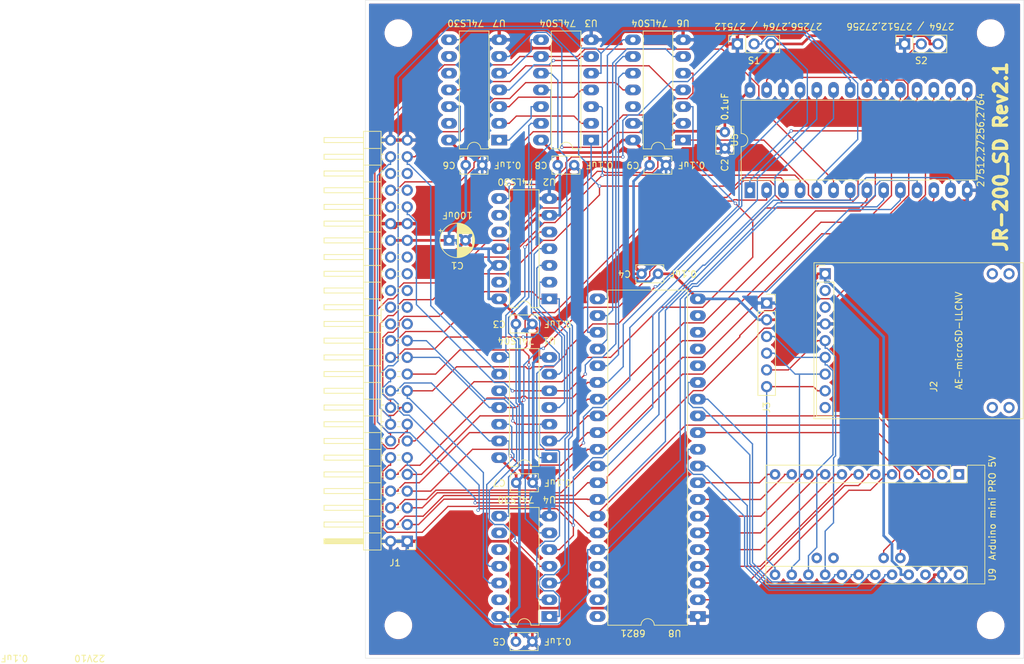
<source format=kicad_pcb>
(kicad_pcb (version 20171130) (host pcbnew "(5.1.9)-1")
  (layers (0 F.Cu signal) (31 B.Cu signal) (34 B.Paste user) (35 F.Paste user) (36 B.SilkS user hide) (37 F.SilkS user) (38 B.Mask user) (39 F.Mask user) (44 Edge.Cuts user))
  (net 0 "")
  (net 1 +5V)
  (net 2 GND)
  (net 3 /A0)
  (net 4 /A8)
  (net 5 /A1)
  (net 6 /A9)
  (net 7 /A2)
  (net 8 /A10)
  (net 9 /A3)
  (net 10 /A11)
  (net 11 /A4)
  (net 12 /A12)
  (net 13 /A5)
  (net 14 /A13)
  (net 15 /A6)
  (net 16 /A14)
  (net 17 /A7)
  (net 18 /A15)
  (net 19 /~RD)
  (net 20 /~RESET)
  (net 21 /SCK)
  (net 22 /MISO)
  (net 23 /MOSI)
  (net 24 /CS)
  (net 25 /DB0)
  (net 26 /DB2)
  (net 27 /DB4)
  (net 28 /DB6)
  (net 29 /DB1)
  (net 30 /DB3)
  (net 31 /DB5)
  (net 32 /DB7)
  (net 33 /CLOCK)
  (net 34 "Net-(U1-Pad6)")
  (net 35 "Net-(U1-Pad12)")
  (net 36 "Net-(U1-Pad4)")
  (net 37 "Net-(U1-Pad10)")
  (net 38 "Net-(U1-Pad8)")
  (net 39 "Net-(U2-Pad8)")
  (net 40 "Net-(U8-Pad2)")
  (net 41 "Net-(U8-Pad10)")
  (net 42 "Net-(U3-Pad8)")
  (net 43 "Net-(U3-Pad2)")
  (net 44 "Net-(U3-Pad10)")
  (net 45 "Net-(U3-Pad4)")
  (net 46 "Net-(U3-Pad12)")
  (net 47 "Net-(U3-Pad6)")
  (net 48 "Net-(U3-Pad13)")
  (net 49 "Net-(U6-Pad8)")
  (net 50 "Net-(U7-Pad8)")
  (net 51 "Net-(U8-Pad3)")
  (net 52 "Net-(U8-Pad4)")
  (net 53 "Net-(U6-Pad6)")
  (net 54 "Net-(S1-Pad2)")
  (net 55 "Net-(S2-Pad2)")
  (net 56 "Net-(U1-Pad2)")
  (net 57 /~VMA)
  (net 58 "Net-(U8-Pad5)")
  (net 59 "Net-(U8-Pad11)")
  (net 60 "Net-(U8-Pad12)")
  (net 61 "Net-(U8-Pad13)")
  (net 62 "Net-(U8-Pad14)")
  (net 63 "Net-(U8-Pad15)")
  (net 64 "Net-(U8-Pad6)")
  (net 65 "Net-(U8-Pad7)")
  (net 66 "Net-(U6-Pad2)")
  (net 67 "Net-(U6-Pad10)")
  (net 68 "Net-(U6-Pad4)")
  (net 69 "Net-(U8-Pad8)")
  (net 70 "Net-(U8-Pad9)")
  (module Capacitor_THT:C_Rect_L4.0mm_W2.5mm_P2.50mm (layer F.Cu) (at 132.08 96.52 180)
    (fp_text reference C4 (at 5.08 0 180 unlocked) (layer F.SilkS))
    (fp_text value 0.1uF (at -3.81 0 180 unlocked) (layer F.SilkS))
    (pad 1 thru_hole circle (at 0 0 180) (size 1.6 1.6) (drill 0.8) (layers *.Cu *.Mask) (net 1 +5V))
    (pad 2 thru_hole circle (at 2.5 0 180) (size 1.6 1.6) (drill 0.8) (layers *.Cu *.Mask) (net 2 GND))
  )
  (module Capacitor_THT:C_Rect_L4.0mm_W2.5mm_P2.50mm (layer F.Cu) (at 142.24 77.47 90)
    (fp_text reference C2 (at -2.54 0 90 unlocked) (layer F.SilkS))
    (fp_text value 0.1uF (at 6.35 0 90 unlocked) (layer F.SilkS))
    (pad 1 thru_hole circle (at 0 0 90) (size 1.6 1.6) (drill 0.8) (layers *.Cu *.Mask) (net 2 GND))
    (pad 2 thru_hole circle (at 2.5 0 90) (size 1.6 1.6) (drill 0.8) (layers *.Cu *.Mask) (net 1 +5V))
  )
  (module MountingHole:MountingHole_3.2mm_M3 (layer F.Cu) (at 92.63 59.94)
    (fp_text reference MH4 hide)
    (fp_text value MountingHole_3.2mm_M3 hide)
    (pad 1 np_thru_hole circle (at 0 0) (size 3.2 3.2) (drill 3.2) (layers *.Cu *.Mask))
  )
  (module MountingHole:MountingHole_3.2mm_M3 (layer F.Cu) (at 182.63 59.94)
    (fp_text reference MH3 hide)
    (fp_text value MountingHole_3.2mm_M3 hide)
    (pad 1 np_thru_hole circle (at 0 0) (size 3.2 3.2) (drill 3.2) (layers *.Cu *.Mask))
  )
  (module MountingHole:MountingHole_3.2mm_M3 (layer F.Cu) (at 182.63 149.94)
    (fp_text reference MH2 hide)
    (fp_text value MountingHole_3.2mm_M3 hide)
    (pad 1 np_thru_hole circle (at 0 0) (size 3.2 3.2) (drill 3.2) (layers *.Cu *.Mask))
  )
  (module MountingHole:MountingHole_3.2mm_M3 (layer F.Cu) (at 92.63 149.94)
    (fp_text reference MH1 hide)
    (fp_text value MountingHole_3.2mm_M3 hide)
    (pad 1 np_thru_hole circle (at 0 0) (size 3.2 3.2) (drill 3.2) (layers *.Cu *.Mask))
  )
  (module Kicad:AE-microSD-LLCNV (layer F.Cu) (at 157.48 116.84 180)
    (fp_text reference J2 (at -16.51 3.175 90) (layer F.SilkS))
    (fp_text value Micro_SD_Card_Kit hide)
    (fp_text user AE-microSD-LLCNV (at -20.32 10.16 90) (layer F.SilkS))
    (pad 1 thru_hole rect (at 0 20.32) (size 1.7 1.7) (drill 1) (layers *.Cu *.Mask) (net 1 +5V))
    (pad 2 thru_hole oval (at 0 17.78) (size 1.7 1.7) (drill 1) (layers *.Cu *.Mask))
    (pad 3 thru_hole oval (at 0 15.24) (size 1.7 1.7) (drill 1) (layers *.Cu *.Mask))
    (pad 4 thru_hole oval (at 0 12.7) (size 1.7 1.7) (drill 1) (layers *.Cu *.Mask) (net 2 GND))
    (pad 5 thru_hole oval (at 0 10.16) (size 1.7 1.7) (drill 1) (layers *.Cu *.Mask) (net 21 /SCK))
    (pad 6 thru_hole oval (at 0 7.62) (size 1.7 1.7) (drill 1) (layers *.Cu *.Mask) (net 22 /MISO))
    (pad 7 thru_hole oval (at 0 5.08) (size 1.7 1.7) (drill 1) (layers *.Cu *.Mask) (net 23 /MOSI))
    (pad 8 thru_hole oval (at 0 2.54) (size 1.7 1.7) (drill 1) (layers *.Cu *.Mask) (net 24 /CS))
    (pad 9 thru_hole oval (at 0 0) (size 1.7 1.7) (drill 1) (layers *.Cu *.Mask))
    (pad "" thru_hole oval (at -27.94 0 180) (size 1.7 1.7) (drill 1) (layers *.Cu *.Mask))
    (pad "" thru_hole oval (at -25.4 0 180) (size 1.7 1.7) (drill 1) (layers *.Cu *.Mask))
    (pad "" thru_hole oval (at -27.94 20.32 180) (size 1.7 1.7) (drill 1) (layers *.Cu *.Mask))
    (pad "" thru_hole oval (at -25.4 20.32 180) (size 1.7 1.7) (drill 1) (layers *.Cu *.Mask))
  )
  (module Kicad:Arduino_Pro_Mini (layer F.Cu) (at 177.8 127 270)
    (fp_text reference U9 (at 15.24 -5.08 270) (layer F.SilkS))
    (fp_text value Arduino_Pro_Mini_5V)
    (pad 1 thru_hole rect (at 0 0 270) (size 1.6 1.6) (drill 0.8) (layers *.Cu *.Mask))
    (pad 2 thru_hole oval (at 0 2.54 270) (size 1.6 1.6) (drill 0.8) (layers *.Cu *.Mask))
    (pad 3 thru_hole oval (at 0 5.08 270) (size 1.6 1.6) (drill 0.8) (layers *.Cu *.Mask) (net 20 /~RESET))
    (pad 13 thru_hole oval (at 15.24 27.94 270) (size 1.6 1.6) (drill 0.8) (layers *.Cu *.Mask) (net 24 /CS))
    (pad 4 thru_hole oval (at 0 7.62 270) (size 1.6 1.6) (drill 0.8) (layers *.Cu *.Mask))
    (pad 14 thru_hole oval (at 15.24 25.4 270) (size 1.6 1.6) (drill 0.8) (layers *.Cu *.Mask) (net 23 /MOSI))
    (pad 5 thru_hole oval (at 0 10.16 270) (size 1.6 1.6) (drill 0.8) (layers *.Cu *.Mask) (net 40 "Net-(U8-Pad2)"))
    (pad 15 thru_hole oval (at 15.24 22.86 270) (size 1.6 1.6) (drill 0.8) (layers *.Cu *.Mask) (net 22 /MISO))
    (pad 6 thru_hole oval (at 0 12.7 270) (size 1.6 1.6) (drill 0.8) (layers *.Cu *.Mask) (net 51 "Net-(U8-Pad3)"))
    (pad 16 thru_hole oval (at 15.24 20.32 270) (size 1.6 1.6) (drill 0.8) (layers *.Cu *.Mask) (net 21 /SCK))
    (pad 7 thru_hole oval (at 0 15.24 270) (size 1.6 1.6) (drill 0.8) (layers *.Cu *.Mask) (net 52 "Net-(U8-Pad4)"))
    (pad 17 thru_hole oval (at 15.24 17.78 270) (size 1.6 1.6) (drill 0.8) (layers *.Cu *.Mask) (net 62 "Net-(U8-Pad14)"))
    (pad 8 thru_hole oval (at 0 17.78 270) (size 1.6 1.6) (drill 0.8) (layers *.Cu *.Mask) (net 58 "Net-(U8-Pad5)"))
    (pad 18 thru_hole oval (at 15.24 15.24 270) (size 1.6 1.6) (drill 0.8) (layers *.Cu *.Mask) (net 63 "Net-(U8-Pad15)"))
    (pad 9 thru_hole oval (at 0 20.32 270) (size 1.6 1.6) (drill 0.8) (layers *.Cu *.Mask) (net 64 "Net-(U8-Pad6)"))
    (pad 19 thru_hole oval (at 15.24 12.7 270) (size 1.6 1.6) (drill 0.8) (layers *.Cu *.Mask) (net 41 "Net-(U8-Pad10)"))
    (pad 10 thru_hole oval (at 0 22.86 270) (size 1.6 1.6) (drill 0.8) (layers *.Cu *.Mask) (net 65 "Net-(U8-Pad7)"))
    (pad 20 thru_hole oval (at 15.24 10.16 270) (size 1.6 1.6) (drill 0.8) (layers *.Cu *.Mask) (net 59 "Net-(U8-Pad11)"))
    (pad 11 thru_hole oval (at 0 25.4 270) (size 1.6 1.6) (drill 0.8) (layers *.Cu *.Mask) (net 69 "Net-(U8-Pad8)"))
    (pad 21 thru_hole oval (at 15.24 7.62 270) (size 1.6 1.6) (drill 0.8) (layers *.Cu *.Mask) (net 1 +5V))
    (pad 12 thru_hole oval (at 0 27.94 270) (size 1.6 1.6) (drill 0.8) (layers *.Cu *.Mask) (net 70 "Net-(U8-Pad9)"))
    (pad 22 thru_hole oval (at 15.24 5.08 270) (size 1.6 1.6) (drill 0.8) (layers *.Cu *.Mask))
    (pad 23 thru_hole oval (at 15.24 2.54 270) (size 1.6 1.6) (drill 0.8) (layers *.Cu *.Mask) (net 2 GND))
    (pad 24 thru_hole oval (at 15.24 0 270) (size 1.6 1.6) (drill 0.8) (layers *.Cu *.Mask))
    (pad A5 thru_hole oval (at 12.7 8.89 270) (size 1.6 1.6) (drill 0.8) (layers *.Cu *.Mask) (net 61 "Net-(U8-Pad13)"))
    (pad A4 thru_hole oval (at 12.7 11.43 270) (size 1.6 1.6) (drill 0.8) (layers *.Cu *.Mask) (net 60 "Net-(U8-Pad12)"))
    (pad A7 thru_hole oval (at 12.7 19.05 270) (size 1.6 1.6) (drill 0.8) (layers *.Cu *.Mask))
    (pad A6 thru_hole oval (at 12.7 21.59 270) (size 1.6 1.6) (drill 0.8) (layers *.Cu *.Mask))
  )
  (module Connector_PinSocket_2.54mm:PinSocket_1x06_P2.54mm_Vertical (layer F.Cu) (at 148.59 100.965)
    (fp_text reference J3 (at 0 15.875 90) (layer F.SilkS))
    (fp_text value "MicroSD Card Adapter")
    (pad 1 thru_hole rect (at 0 0) (size 1.7 1.7) (drill 1) (layers *.Cu *.Mask) (net 2 GND))
    (pad 2 thru_hole oval (at 0 2.54) (size 1.7 1.7) (drill 1) (layers *.Cu *.Mask) (net 1 +5V))
    (pad 3 thru_hole oval (at 0 5.08) (size 1.7 1.7) (drill 1) (layers *.Cu *.Mask) (net 22 /MISO))
    (pad 4 thru_hole oval (at 0 7.62) (size 1.7 1.7) (drill 1) (layers *.Cu *.Mask) (net 23 /MOSI))
    (pad 5 thru_hole oval (at 0 10.16) (size 1.7 1.7) (drill 1) (layers *.Cu *.Mask) (net 21 /SCK))
    (pad 6 thru_hole oval (at 0 12.7) (size 1.7 1.7) (drill 1) (layers *.Cu *.Mask) (net 24 /CS))
  )
  (module Connector_PinHeader_2.54mm:PinHeader_2x25_P2.54mm_Horizontal (layer F.Cu) (at 93.98 137.16 180)
    (fp_text reference J1 (at 1.85 -3.28) (layer F.SilkS))
    (fp_text value Conn_02x25_Odd_Even)
    (pad 1 thru_hole rect (at 0 0 180) (size 1.7 1.7) (drill 1) (layers *.Cu *.Mask) (net 2 GND))
    (pad 2 thru_hole oval (at 2.54 0 180) (size 1.7 1.7) (drill 1) (layers *.Cu *.Mask) (net 2 GND))
    (pad 3 thru_hole oval (at 0 2.54 180) (size 1.7 1.7) (drill 1) (layers *.Cu *.Mask) (net 25 /DB0))
    (pad 4 thru_hole oval (at 2.54 2.54 180) (size 1.7 1.7) (drill 1) (layers *.Cu *.Mask) (net 29 /DB1))
    (pad 5 thru_hole oval (at 0 5.08 180) (size 1.7 1.7) (drill 1) (layers *.Cu *.Mask) (net 26 /DB2))
    (pad 6 thru_hole oval (at 2.54 5.08 180) (size 1.7 1.7) (drill 1) (layers *.Cu *.Mask) (net 30 /DB3))
    (pad 7 thru_hole oval (at 0 7.62 180) (size 1.7 1.7) (drill 1) (layers *.Cu *.Mask) (net 27 /DB4))
    (pad 8 thru_hole oval (at 2.54 7.62 180) (size 1.7 1.7) (drill 1) (layers *.Cu *.Mask) (net 31 /DB5))
    (pad 9 thru_hole oval (at 0 10.16 180) (size 1.7 1.7) (drill 1) (layers *.Cu *.Mask) (net 28 /DB6))
    (pad 10 thru_hole oval (at 2.54 10.16 180) (size 1.7 1.7) (drill 1) (layers *.Cu *.Mask) (net 32 /DB7))
    (pad 11 thru_hole oval (at 0 12.7 180) (size 1.7 1.7) (drill 1) (layers *.Cu *.Mask) (net 3 /A0))
    (pad 12 thru_hole oval (at 2.54 12.7 180) (size 1.7 1.7) (drill 1) (layers *.Cu *.Mask) (net 5 /A1))
    (pad 13 thru_hole oval (at 0 15.24 180) (size 1.7 1.7) (drill 1) (layers *.Cu *.Mask) (net 7 /A2))
    (pad 14 thru_hole oval (at 2.54 15.24 180) (size 1.7 1.7) (drill 1) (layers *.Cu *.Mask) (net 9 /A3))
    (pad 15 thru_hole oval (at 0 17.78 180) (size 1.7 1.7) (drill 1) (layers *.Cu *.Mask) (net 11 /A4))
    (pad 16 thru_hole oval (at 2.54 17.78 180) (size 1.7 1.7) (drill 1) (layers *.Cu *.Mask) (net 13 /A5))
    (pad 17 thru_hole oval (at 0 20.32 180) (size 1.7 1.7) (drill 1) (layers *.Cu *.Mask) (net 15 /A6))
    (pad 18 thru_hole oval (at 2.54 20.32 180) (size 1.7 1.7) (drill 1) (layers *.Cu *.Mask) (net 17 /A7))
    (pad 19 thru_hole oval (at 0 22.86 180) (size 1.7 1.7) (drill 1) (layers *.Cu *.Mask) (net 4 /A8))
    (pad 20 thru_hole oval (at 2.54 22.86 180) (size 1.7 1.7) (drill 1) (layers *.Cu *.Mask) (net 6 /A9))
    (pad 21 thru_hole oval (at 0 25.4 180) (size 1.7 1.7) (drill 1) (layers *.Cu *.Mask) (net 8 /A10))
    (pad 22 thru_hole oval (at 2.54 25.4 180) (size 1.7 1.7) (drill 1) (layers *.Cu *.Mask) (net 10 /A11))
    (pad 23 thru_hole oval (at 0 27.94 180) (size 1.7 1.7) (drill 1) (layers *.Cu *.Mask) (net 12 /A12))
    (pad 24 thru_hole oval (at 2.54 27.94 180) (size 1.7 1.7) (drill 1) (layers *.Cu *.Mask) (net 14 /A13))
    (pad 25 thru_hole oval (at 0 30.48 180) (size 1.7 1.7) (drill 1) (layers *.Cu *.Mask) (net 16 /A14))
    (pad 26 thru_hole oval (at 2.54 30.48 180) (size 1.7 1.7) (drill 1) (layers *.Cu *.Mask) (net 18 /A15))
    (pad 27 thru_hole oval (at 0 33.02 180) (size 1.7 1.7) (drill 1) (layers *.Cu *.Mask))
    (pad 28 thru_hole oval (at 2.54 33.02 180) (size 1.7 1.7) (drill 1) (layers *.Cu *.Mask))
    (pad 29 thru_hole oval (at 0 35.56 180) (size 1.7 1.7) (drill 1) (layers *.Cu *.Mask))
    (pad 30 thru_hole oval (at 2.54 35.56 180) (size 1.7 1.7) (drill 1) (layers *.Cu *.Mask))
    (pad 31 thru_hole oval (at 0 38.1 180) (size 1.7 1.7) (drill 1) (layers *.Cu *.Mask))
    (pad 32 thru_hole oval (at 2.54 38.1 180) (size 1.7 1.7) (drill 1) (layers *.Cu *.Mask))
    (pad 33 thru_hole oval (at 0 40.64 180) (size 1.7 1.7) (drill 1) (layers *.Cu *.Mask))
    (pad 34 thru_hole oval (at 2.54 40.64 180) (size 1.7 1.7) (drill 1) (layers *.Cu *.Mask))
    (pad 35 thru_hole oval (at 0 43.18 180) (size 1.7 1.7) (drill 1) (layers *.Cu *.Mask))
    (pad 36 thru_hole oval (at 2.54 43.18 180) (size 1.7 1.7) (drill 1) (layers *.Cu *.Mask))
    (pad 37 thru_hole oval (at 0 45.72 180) (size 1.7 1.7) (drill 1) (layers *.Cu *.Mask) (net 1 +5V))
    (pad 38 thru_hole oval (at 2.54 45.72 180) (size 1.7 1.7) (drill 1) (layers *.Cu *.Mask) (net 1 +5V))
    (pad 39 thru_hole oval (at 0 48.26 180) (size 1.7 1.7) (drill 1) (layers *.Cu *.Mask) (net 2 GND))
    (pad 40 thru_hole oval (at 2.54 48.26 180) (size 1.7 1.7) (drill 1) (layers *.Cu *.Mask) (net 2 GND))
    (pad 41 thru_hole oval (at 0 50.8 180) (size 1.7 1.7) (drill 1) (layers *.Cu *.Mask) (net 19 /~RD))
    (pad 42 thru_hole oval (at 2.54 50.8 180) (size 1.7 1.7) (drill 1) (layers *.Cu *.Mask))
    (pad 43 thru_hole oval (at 0 53.34 180) (size 1.7 1.7) (drill 1) (layers *.Cu *.Mask))
    (pad 44 thru_hole oval (at 2.54 53.34 180) (size 1.7 1.7) (drill 1) (layers *.Cu *.Mask) (net 57 /~VMA))
    (pad 45 thru_hole oval (at 0 55.88 180) (size 1.7 1.7) (drill 1) (layers *.Cu *.Mask))
    (pad 46 thru_hole oval (at 2.54 55.88 180) (size 1.7 1.7) (drill 1) (layers *.Cu *.Mask))
    (pad 47 thru_hole oval (at 0 58.42 180) (size 1.7 1.7) (drill 1) (layers *.Cu *.Mask) (net 33 /CLOCK))
    (pad 48 thru_hole oval (at 2.54 58.42 180) (size 1.7 1.7) (drill 1) (layers *.Cu *.Mask) (net 20 /~RESET))
    (pad 49 thru_hole oval (at 0 60.96 180) (size 1.7 1.7) (drill 1) (layers *.Cu *.Mask) (net 2 GND))
    (pad 50 thru_hole oval (at 2.54 60.96 180) (size 1.7 1.7) (drill 1) (layers *.Cu *.Mask) (net 2 GND))
  )
  (module Capacitor_THT:CP_Radial_D5.0mm_P2.50mm (layer F.Cu) (at 100.33 91.44)
    (fp_text reference C1 (at 1.25 3.81 180 unlocked) (layer F.SilkS))
    (fp_text value 100uF)
    (pad 1 thru_hole rect (at 0 0) (size 1.6 1.6) (drill 0.8) (layers *.Cu *.Mask) (net 1 +5V))
    (pad 2 thru_hole circle (at 2.5 0) (size 1.6 1.6) (drill 0.8) (layers *.Cu *.Mask) (net 2 GND))
  )
  (module Package_DIP:DIP-14_W7.62mm_LongPads (layer F.Cu) (at 115.57 124.46 180)
    (fp_text reference U1 (at 0 17.78 180 unlocked) (layer F.SilkS))
    (fp_text value 74LS04)
    (pad 14 thru_hole oval (at 7.62 0 180) (size 2.4 1.6) (drill 0.8) (layers *.Cu *.Mask) (net 1 +5V))
    (pad 7 thru_hole oval (at 0 15.24 180) (size 2.4 1.6) (drill 0.8) (layers *.Cu *.Mask) (net 2 GND))
    (pad 13 thru_hole oval (at 7.62 2.54 180) (size 2.4 1.6) (drill 0.8) (layers *.Cu *.Mask) (net 6 /A9))
    (pad 6 thru_hole oval (at 0 12.7 180) (size 2.4 1.6) (drill 0.8) (layers *.Cu *.Mask) (net 34 "Net-(U1-Pad6)"))
    (pad 12 thru_hole oval (at 7.62 5.08 180) (size 2.4 1.6) (drill 0.8) (layers *.Cu *.Mask) (net 35 "Net-(U1-Pad12)"))
    (pad 5 thru_hole oval (at 0 10.16 180) (size 2.4 1.6) (drill 0.8) (layers *.Cu *.Mask) (net 19 /~RD))
    (pad 11 thru_hole oval (at 7.62 7.62 180) (size 2.4 1.6) (drill 0.8) (layers *.Cu *.Mask) (net 12 /A12))
    (pad 4 thru_hole oval (at 0 7.62 180) (size 2.4 1.6) (drill 0.8) (layers *.Cu *.Mask) (net 36 "Net-(U1-Pad4)"))
    (pad 10 thru_hole oval (at 7.62 10.16 180) (size 2.4 1.6) (drill 0.8) (layers *.Cu *.Mask) (net 37 "Net-(U1-Pad10)"))
    (pad 3 thru_hole oval (at 0 5.08 180) (size 2.4 1.6) (drill 0.8) (layers *.Cu *.Mask) (net 16 /A14))
    (pad 9 thru_hole oval (at 7.62 12.7 180) (size 2.4 1.6) (drill 0.8) (layers *.Cu *.Mask) (net 33 /CLOCK))
    (pad 2 thru_hole oval (at 0 2.54 180) (size 2.4 1.6) (drill 0.8) (layers *.Cu *.Mask) (net 56 "Net-(U1-Pad2)"))
    (pad 8 thru_hole oval (at 7.62 15.24 180) (size 2.4 1.6) (drill 0.8) (layers *.Cu *.Mask) (net 38 "Net-(U1-Pad8)"))
    (pad 1 thru_hole rect (at 0 0 180) (size 2.4 1.6) (drill 0.8) (layers *.Cu *.Mask) (net 14 /A13))
  )
  (module Package_DIP:DIP-14_W7.62mm_LongPads (layer F.Cu) (at 115.57 100.33 180)
    (fp_text reference U2 (at 0 17.78 180 unlocked) (layer F.SilkS))
    (fp_text value 74LS30)
    (pad 1 thru_hole rect (at 0 0 180) (size 2.4 1.6) (drill 0.8) (layers *.Cu *.Mask) (net 18 /A15))
    (pad 8 thru_hole oval (at 7.62 15.24 180) (size 2.4 1.6) (drill 0.8) (layers *.Cu *.Mask) (net 39 "Net-(U2-Pad8)"))
    (pad 2 thru_hole oval (at 0 2.54 180) (size 2.4 1.6) (drill 0.8) (layers *.Cu *.Mask) (net 56 "Net-(U1-Pad2)"))
    (pad 9 thru_hole oval (at 7.62 12.7 180) (size 2.4 1.6) (drill 0.8) (layers *.Cu *.Mask))
    (pad 3 thru_hole oval (at 0 5.08 180) (size 2.4 1.6) (drill 0.8) (layers *.Cu *.Mask) (net 36 "Net-(U1-Pad4)"))
    (pad 10 thru_hole oval (at 7.62 10.16 180) (size 2.4 1.6) (drill 0.8) (layers *.Cu *.Mask))
    (pad 4 thru_hole oval (at 0 7.62 180) (size 2.4 1.6) (drill 0.8) (layers *.Cu *.Mask) (net 34 "Net-(U1-Pad6)"))
    (pad 11 thru_hole oval (at 7.62 7.62 180) (size 2.4 1.6) (drill 0.8) (layers *.Cu *.Mask) (net 1 +5V))
    (pad 5 thru_hole oval (at 0 10.16 180) (size 2.4 1.6) (drill 0.8) (layers *.Cu *.Mask) (net 38 "Net-(U1-Pad8)"))
    (pad 12 thru_hole oval (at 7.62 5.08 180) (size 2.4 1.6) (drill 0.8) (layers *.Cu *.Mask) (net 1 +5V))
    (pad 6 thru_hole oval (at 0 12.7 180) (size 2.4 1.6) (drill 0.8) (layers *.Cu *.Mask) (net 1 +5V))
    (pad 13 thru_hole oval (at 7.62 2.54 180) (size 2.4 1.6) (drill 0.8) (layers *.Cu *.Mask))
    (pad 7 thru_hole oval (at 0 15.24 180) (size 2.4 1.6) (drill 0.8) (layers *.Cu *.Mask) (net 2 GND))
    (pad 14 thru_hole oval (at 7.62 0 180) (size 2.4 1.6) (drill 0.8) (layers *.Cu *.Mask) (net 1 +5V))
  )
  (module Package_DIP:DIP-14_W7.62mm_LongPads (layer F.Cu) (at 121.92 76.2 180)
    (fp_text reference U3 (at 0 17.78 180 unlocked) (layer F.SilkS))
    (fp_text value 74LS04)
    (pad 1 thru_hole rect (at 0 0 180) (size 2.4 1.6) (drill 0.8) (layers *.Cu *.Mask) (net 17 /A7))
    (pad 8 thru_hole oval (at 7.62 15.24 180) (size 2.4 1.6) (drill 0.8) (layers *.Cu *.Mask) (net 42 "Net-(U3-Pad8)"))
    (pad 2 thru_hole oval (at 0 2.54 180) (size 2.4 1.6) (drill 0.8) (layers *.Cu *.Mask) (net 43 "Net-(U3-Pad2)"))
    (pad 9 thru_hole oval (at 7.62 12.7 180) (size 2.4 1.6) (drill 0.8) (layers *.Cu *.Mask) (net 11 /A4))
    (pad 3 thru_hole oval (at 0 5.08 180) (size 2.4 1.6) (drill 0.8) (layers *.Cu *.Mask) (net 15 /A6))
    (pad 10 thru_hole oval (at 7.62 10.16 180) (size 2.4 1.6) (drill 0.8) (layers *.Cu *.Mask) (net 44 "Net-(U3-Pad10)"))
    (pad 4 thru_hole oval (at 0 7.62 180) (size 2.4 1.6) (drill 0.8) (layers *.Cu *.Mask) (net 45 "Net-(U3-Pad4)"))
    (pad 11 thru_hole oval (at 7.62 7.62 180) (size 2.4 1.6) (drill 0.8) (layers *.Cu *.Mask) (net 14 /A13))
    (pad 5 thru_hole oval (at 0 10.16 180) (size 2.4 1.6) (drill 0.8) (layers *.Cu *.Mask) (net 13 /A5))
    (pad 12 thru_hole oval (at 7.62 5.08 180) (size 2.4 1.6) (drill 0.8) (layers *.Cu *.Mask) (net 46 "Net-(U3-Pad12)"))
    (pad 6 thru_hole oval (at 0 12.7 180) (size 2.4 1.6) (drill 0.8) (layers *.Cu *.Mask) (net 47 "Net-(U3-Pad6)"))
    (pad 13 thru_hole oval (at 7.62 2.54 180) (size 2.4 1.6) (drill 0.8) (layers *.Cu *.Mask) (net 48 "Net-(U3-Pad13)"))
    (pad 7 thru_hole oval (at 0 15.24 180) (size 2.4 1.6) (drill 0.8) (layers *.Cu *.Mask) (net 2 GND))
    (pad 14 thru_hole oval (at 7.62 0 180) (size 2.4 1.6) (drill 0.8) (layers *.Cu *.Mask) (net 1 +5V))
  )
  (module Package_DIP:DIP-14_W7.62mm_LongPads (layer F.Cu) (at 115.57 148.59 180)
    (fp_text reference U4 (at 0 17.78 180 unlocked) (layer F.SilkS))
    (fp_text value 74LS30)
    (pad 14 thru_hole oval (at 7.62 0 180) (size 2.4 1.6) (drill 0.8) (layers *.Cu *.Mask) (net 1 +5V))
    (pad 7 thru_hole oval (at 0 15.24 180) (size 2.4 1.6) (drill 0.8) (layers *.Cu *.Mask) (net 2 GND))
    (pad 13 thru_hole oval (at 7.62 2.54 180) (size 2.4 1.6) (drill 0.8) (layers *.Cu *.Mask))
    (pad 6 thru_hole oval (at 0 12.7 180) (size 2.4 1.6) (drill 0.8) (layers *.Cu *.Mask) (net 8 /A10))
    (pad 12 thru_hole oval (at 7.62 5.08 180) (size 2.4 1.6) (drill 0.8) (layers *.Cu *.Mask) (net 4 /A8))
    (pad 5 thru_hole oval (at 0 10.16 180) (size 2.4 1.6) (drill 0.8) (layers *.Cu *.Mask) (net 10 /A11))
    (pad 11 thru_hole oval (at 7.62 7.62 180) (size 2.4 1.6) (drill 0.8) (layers *.Cu *.Mask) (net 35 "Net-(U1-Pad12)"))
    (pad 4 thru_hole oval (at 0 7.62 180) (size 2.4 1.6) (drill 0.8) (layers *.Cu *.Mask) (net 37 "Net-(U1-Pad10)"))
    (pad 10 thru_hole oval (at 7.62 10.16 180) (size 2.4 1.6) (drill 0.8) (layers *.Cu *.Mask))
    (pad 3 thru_hole oval (at 0 5.08 180) (size 2.4 1.6) (drill 0.8) (layers *.Cu *.Mask) (net 44 "Net-(U3-Pad10)"))
    (pad 9 thru_hole oval (at 7.62 12.7 180) (size 2.4 1.6) (drill 0.8) (layers *.Cu *.Mask))
    (pad 2 thru_hole oval (at 0 2.54 180) (size 2.4 1.6) (drill 0.8) (layers *.Cu *.Mask) (net 16 /A14))
    (pad 8 thru_hole oval (at 7.62 15.24 180) (size 2.4 1.6) (drill 0.8) (layers *.Cu *.Mask) (net 48 "Net-(U3-Pad13)"))
    (pad 1 thru_hole rect (at 0 0 180) (size 2.4 1.6) (drill 0.8) (layers *.Cu *.Mask) (net 18 /A15))
  )
  (module Package_DIP:DIP-14_W7.62mm_LongPads (layer F.Cu) (at 107.95 76.2 180)
    (fp_text reference U7 (at 0 17.78 180 unlocked) (layer F.SilkS))
    (fp_text value 74LS30)
    (pad 14 thru_hole oval (at 7.62 0 180) (size 2.4 1.6) (drill 0.8) (layers *.Cu *.Mask) (net 1 +5V))
    (pad 7 thru_hole oval (at 0 15.24 180) (size 2.4 1.6) (drill 0.8) (layers *.Cu *.Mask) (net 2 GND))
    (pad 13 thru_hole oval (at 7.62 2.54 180) (size 2.4 1.6) (drill 0.8) (layers *.Cu *.Mask))
    (pad 6 thru_hole oval (at 0 12.7 180) (size 2.4 1.6) (drill 0.8) (layers *.Cu *.Mask) (net 66 "Net-(U6-Pad2)"))
    (pad 12 thru_hole oval (at 7.62 5.08 180) (size 2.4 1.6) (drill 0.8) (layers *.Cu *.Mask) (net 1 +5V))
    (pad 5 thru_hole oval (at 0 10.16 180) (size 2.4 1.6) (drill 0.8) (layers *.Cu *.Mask) (net 42 "Net-(U3-Pad8)"))
    (pad 11 thru_hole oval (at 7.62 7.62 180) (size 2.4 1.6) (drill 0.8) (layers *.Cu *.Mask) (net 68 "Net-(U6-Pad4)"))
    (pad 4 thru_hole oval (at 0 7.62 180) (size 2.4 1.6) (drill 0.8) (layers *.Cu *.Mask) (net 47 "Net-(U3-Pad6)"))
    (pad 10 thru_hole oval (at 7.62 10.16 180) (size 2.4 1.6) (drill 0.8) (layers *.Cu *.Mask))
    (pad 3 thru_hole oval (at 0 5.08 180) (size 2.4 1.6) (drill 0.8) (layers *.Cu *.Mask) (net 45 "Net-(U3-Pad4)"))
    (pad 9 thru_hole oval (at 7.62 12.7 180) (size 2.4 1.6) (drill 0.8) (layers *.Cu *.Mask))
    (pad 2 thru_hole oval (at 0 2.54 180) (size 2.4 1.6) (drill 0.8) (layers *.Cu *.Mask) (net 43 "Net-(U3-Pad2)"))
    (pad 8 thru_hole oval (at 7.62 15.24 180) (size 2.4 1.6) (drill 0.8) (layers *.Cu *.Mask) (net 50 "Net-(U7-Pad8)"))
    (pad 1 thru_hole rect (at 0 0 180) (size 2.4 1.6) (drill 0.8) (layers *.Cu *.Mask) (net 46 "Net-(U3-Pad12)"))
  )
  (module Capacitor_THT:C_Rect_L4.0mm_W2.5mm_P2.50mm (layer F.Cu) (at 110.49 104.14)
    (fp_text reference C3 (at -2.54 0 180 unlocked) (layer F.SilkS))
    (fp_text value 0.1uF)
    (pad 1 thru_hole circle (at 0 0) (size 1.6 1.6) (drill 0.8) (layers *.Cu *.Mask) (net 1 +5V))
    (pad 2 thru_hole circle (at 2.5 0) (size 1.6 1.6) (drill 0.8) (layers *.Cu *.Mask) (net 2 GND))
  )
  (module Capacitor_THT:C_Rect_L4.0mm_W2.5mm_P2.50mm (layer F.Cu) (at 110.49 152.4)
    (fp_text reference C5 (at -2.54 0 180 unlocked) (layer F.SilkS))
    (fp_text value 0.1uF)
    (pad 1 thru_hole circle (at 0 0) (size 1.6 1.6) (drill 0.8) (layers *.Cu *.Mask) (net 1 +5V))
    (pad 2 thru_hole circle (at 2.5 0) (size 1.6 1.6) (drill 0.8) (layers *.Cu *.Mask) (net 2 GND))
  )
  (module Capacitor_THT:C_Rect_L4.0mm_W2.5mm_P2.50mm (layer F.Cu) (at 102.87 80.01)
    (fp_text reference C6 (at -2.54 0 180 unlocked) (layer F.SilkS))
    (fp_text value 0.1uF)
    (pad 1 thru_hole circle (at 0 0) (size 1.6 1.6) (drill 0.8) (layers *.Cu *.Mask) (net 1 +5V))
    (pad 2 thru_hole circle (at 2.5 0) (size 1.6 1.6) (drill 0.8) (layers *.Cu *.Mask) (net 2 GND))
  )
  (module Capacitor_THT:C_Rect_L4.0mm_W2.5mm_P2.50mm (layer F.Cu) (at 110.53 128.27)
    (fp_text reference C7 (at -2.58 0 180 unlocked) (layer F.SilkS))
    (fp_text value 0.1uF)
    (pad 2 thru_hole circle (at 2.5 0) (size 1.6 1.6) (drill 0.8) (layers *.Cu *.Mask) (net 2 GND))
    (pad 1 thru_hole circle (at 0 0) (size 1.6 1.6) (drill 0.8) (layers *.Cu *.Mask) (net 1 +5V))
  )
  (module Capacitor_THT:C_Rect_L4.0mm_W2.5mm_P2.50mm (layer F.Cu) (at 116.84 80.01)
    (fp_text reference C8 (at -2.54 0 180 unlocked) (layer F.SilkS))
    (fp_text value 0.1uF)
    (pad 1 thru_hole circle (at 0 0) (size 1.6 1.6) (drill 0.8) (layers *.Cu *.Mask) (net 1 +5V))
    (pad 2 thru_hole circle (at 2.5 0) (size 1.6 1.6) (drill 0.8) (layers *.Cu *.Mask) (net 2 GND))
  )
  (module Capacitor_THT:C_Rect_L4.0mm_W2.5mm_P2.50mm (layer F.Cu) (at 130.81 80.01)
    (fp_text reference C9 (at -2.54 0 180 unlocked) (layer F.SilkS))
    (fp_text value 0.1uF)
    (pad 2 thru_hole circle (at 2.5 0) (size 1.6 1.6) (drill 0.8) (layers *.Cu *.Mask) (net 2 GND))
    (pad 1 thru_hole circle (at 0 0) (size 1.6 1.6) (drill 0.8) (layers *.Cu *.Mask) (net 1 +5V))
  )
  (module Connector_PinSocket_2.54mm:PinSocket_1x03_P2.54mm_Vertical (layer F.Cu) (at 144.145 61.595 90)
    (fp_text reference S1 (at -2.54 2.54 unlocked) (layer F.SilkS))
    (fp_text value "ROM 27512/27256 2764")
    (pad 1 thru_hole rect (at 0 0 90) (size 1.7 1.7) (drill 1) (layers *.Cu *.Mask) (net 2 GND))
    (pad 2 thru_hole oval (at 0 2.54 90) (size 1.7 1.7) (drill 1) (layers *.Cu *.Mask) (net 54 "Net-(S1-Pad2)"))
    (pad 3 thru_hole oval (at 0 5.08 90) (size 1.7 1.7) (drill 1) (layers *.Cu *.Mask) (net 1 +5V))
  )
  (module Connector_PinSocket_2.54mm:PinSocket_1x03_P2.54mm_Vertical (layer F.Cu) (at 169.545 61.595 90)
    (fp_text reference S2 (at -2.54 2.54 unlocked) (layer F.SilkS))
    (fp_text value "ROM 27512 27256/2764")
    (pad 3 thru_hole oval (at 0 5.08 90) (size 1.7 1.7) (drill 1) (layers *.Cu *.Mask) (net 1 +5V))
    (pad 2 thru_hole oval (at 0 2.54 90) (size 1.7 1.7) (drill 1) (layers *.Cu *.Mask) (net 55 "Net-(S2-Pad2)"))
    (pad 1 thru_hole rect (at 0 0 90) (size 1.7 1.7) (drill 1) (layers *.Cu *.Mask) (net 2 GND))
  )
  (module Package_DIP:DIP-28_W15.24mm_LongPads (layer F.Cu) (at 146.05 83.82 90)
    (fp_text reference U5 (at 7.62 -2.33 90) (layer F.SilkS))
    (fp_text value 27512)
    (pad 1 thru_hole rect (at 0 0 90) (size 2.4 1.6) (drill 0.8) (layers *.Cu *.Mask) (net 54 "Net-(S1-Pad2)"))
    (pad 15 thru_hole oval (at 15.24 33.02 90) (size 2.4 1.6) (drill 0.8) (layers *.Cu *.Mask) (net 30 /DB3))
    (pad 2 thru_hole oval (at 0 2.54 90) (size 2.4 1.6) (drill 0.8) (layers *.Cu *.Mask) (net 12 /A12))
    (pad 16 thru_hole oval (at 15.24 30.48 90) (size 2.4 1.6) (drill 0.8) (layers *.Cu *.Mask) (net 27 /DB4))
    (pad 3 thru_hole oval (at 0 5.08 90) (size 2.4 1.6) (drill 0.8) (layers *.Cu *.Mask) (net 17 /A7))
    (pad 17 thru_hole oval (at 15.24 27.94 90) (size 2.4 1.6) (drill 0.8) (layers *.Cu *.Mask) (net 31 /DB5))
    (pad 4 thru_hole oval (at 0 7.62 90) (size 2.4 1.6) (drill 0.8) (layers *.Cu *.Mask) (net 15 /A6))
    (pad 18 thru_hole oval (at 15.24 25.4 90) (size 2.4 1.6) (drill 0.8) (layers *.Cu *.Mask) (net 28 /DB6))
    (pad 5 thru_hole oval (at 0 10.16 90) (size 2.4 1.6) (drill 0.8) (layers *.Cu *.Mask) (net 13 /A5))
    (pad 19 thru_hole oval (at 15.24 22.86 90) (size 2.4 1.6) (drill 0.8) (layers *.Cu *.Mask) (net 32 /DB7))
    (pad 6 thru_hole oval (at 0 12.7 90) (size 2.4 1.6) (drill 0.8) (layers *.Cu *.Mask) (net 11 /A4))
    (pad 20 thru_hole oval (at 15.24 20.32 90) (size 2.4 1.6) (drill 0.8) (layers *.Cu *.Mask) (net 2 GND))
    (pad 7 thru_hole oval (at 0 15.24 90) (size 2.4 1.6) (drill 0.8) (layers *.Cu *.Mask) (net 9 /A3))
    (pad 21 thru_hole oval (at 15.24 17.78 90) (size 2.4 1.6) (drill 0.8) (layers *.Cu *.Mask) (net 8 /A10))
    (pad 8 thru_hole oval (at 0 17.78 90) (size 2.4 1.6) (drill 0.8) (layers *.Cu *.Mask) (net 7 /A2))
    (pad 22 thru_hole oval (at 15.24 15.24 90) (size 2.4 1.6) (drill 0.8) (layers *.Cu *.Mask) (net 39 "Net-(U2-Pad8)"))
    (pad 9 thru_hole oval (at 0 20.32 90) (size 2.4 1.6) (drill 0.8) (layers *.Cu *.Mask) (net 5 /A1))
    (pad 23 thru_hole oval (at 15.24 12.7 90) (size 2.4 1.6) (drill 0.8) (layers *.Cu *.Mask) (net 10 /A11))
    (pad 10 thru_hole oval (at 0 22.86 90) (size 2.4 1.6) (drill 0.8) (layers *.Cu *.Mask) (net 3 /A0))
    (pad 24 thru_hole oval (at 15.24 10.16 90) (size 2.4 1.6) (drill 0.8) (layers *.Cu *.Mask) (net 6 /A9))
    (pad 11 thru_hole oval (at 0 25.4 90) (size 2.4 1.6) (drill 0.8) (layers *.Cu *.Mask) (net 25 /DB0))
    (pad 25 thru_hole oval (at 15.24 7.62 90) (size 2.4 1.6) (drill 0.8) (layers *.Cu *.Mask) (net 4 /A8))
    (pad 12 thru_hole oval (at 0 27.94 90) (size 2.4 1.6) (drill 0.8) (layers *.Cu *.Mask) (net 29 /DB1))
    (pad 26 thru_hole oval (at 15.24 5.08 90) (size 2.4 1.6) (drill 0.8) (layers *.Cu *.Mask) (net 2 GND))
    (pad 13 thru_hole oval (at 0 30.48 90) (size 2.4 1.6) (drill 0.8) (layers *.Cu *.Mask) (net 26 /DB2))
    (pad 27 thru_hole oval (at 15.24 2.54 90) (size 2.4 1.6) (drill 0.8) (layers *.Cu *.Mask) (net 55 "Net-(S2-Pad2)"))
    (pad 14 thru_hole oval (at 0 33.02 90) (size 2.4 1.6) (drill 0.8) (layers *.Cu *.Mask) (net 2 GND))
    (pad 28 thru_hole oval (at 15.24 0 90) (size 2.4 1.6) (drill 0.8) (layers *.Cu *.Mask) (net 1 +5V))
  )
  (module Package_DIP:DIP-40_W15.24mm_LongPads (layer F.Cu) (at 138.13 148.59 180)
    (fp_text reference U8 (at 3.51 -2.54 180 unlocked) (layer F.SilkS))
    (fp_text value 6821)
    (pad 1 thru_hole rect (at 0 0 180) (size 2.4 1.6) (drill 0.8) (layers *.Cu *.Mask) (net 2 GND))
    (pad 21 thru_hole oval (at 15.24 48.26 180) (size 2.4 1.6) (drill 0.8) (layers *.Cu *.Mask) (net 49 "Net-(U6-Pad8)"))
    (pad 2 thru_hole oval (at 0 2.54 180) (size 2.4 1.6) (drill 0.8) (layers *.Cu *.Mask) (net 40 "Net-(U8-Pad2)"))
    (pad 22 thru_hole oval (at 15.24 45.72 180) (size 2.4 1.6) (drill 0.8) (layers *.Cu *.Mask) (net 53 "Net-(U6-Pad6)"))
    (pad 3 thru_hole oval (at 0 5.08 180) (size 2.4 1.6) (drill 0.8) (layers *.Cu *.Mask) (net 51 "Net-(U8-Pad3)"))
    (pad 23 thru_hole oval (at 15.24 43.18 180) (size 2.4 1.6) (drill 0.8) (layers *.Cu *.Mask) (net 50 "Net-(U7-Pad8)"))
    (pad 4 thru_hole oval (at 0 7.62 180) (size 2.4 1.6) (drill 0.8) (layers *.Cu *.Mask) (net 52 "Net-(U8-Pad4)"))
    (pad 24 thru_hole oval (at 15.24 40.64 180) (size 2.4 1.6) (drill 0.8) (layers *.Cu *.Mask) (net 53 "Net-(U6-Pad6)"))
    (pad 5 thru_hole oval (at 0 10.16 180) (size 2.4 1.6) (drill 0.8) (layers *.Cu *.Mask) (net 58 "Net-(U8-Pad5)"))
    (pad 25 thru_hole oval (at 15.24 38.1 180) (size 2.4 1.6) (drill 0.8) (layers *.Cu *.Mask) (net 67 "Net-(U6-Pad10)"))
    (pad 6 thru_hole oval (at 0 12.7 180) (size 2.4 1.6) (drill 0.8) (layers *.Cu *.Mask) (net 64 "Net-(U8-Pad6)"))
    (pad 26 thru_hole oval (at 15.24 35.56 180) (size 2.4 1.6) (drill 0.8) (layers *.Cu *.Mask) (net 32 /DB7))
    (pad 7 thru_hole oval (at 0 15.24 180) (size 2.4 1.6) (drill 0.8) (layers *.Cu *.Mask) (net 65 "Net-(U8-Pad7)"))
    (pad 27 thru_hole oval (at 15.24 33.02 180) (size 2.4 1.6) (drill 0.8) (layers *.Cu *.Mask) (net 28 /DB6))
    (pad 8 thru_hole oval (at 0 17.78 180) (size 2.4 1.6) (drill 0.8) (layers *.Cu *.Mask) (net 69 "Net-(U8-Pad8)"))
    (pad 28 thru_hole oval (at 15.24 30.48 180) (size 2.4 1.6) (drill 0.8) (layers *.Cu *.Mask) (net 31 /DB5))
    (pad 9 thru_hole oval (at 0 20.32 180) (size 2.4 1.6) (drill 0.8) (layers *.Cu *.Mask) (net 70 "Net-(U8-Pad9)"))
    (pad 29 thru_hole oval (at 15.24 27.94 180) (size 2.4 1.6) (drill 0.8) (layers *.Cu *.Mask) (net 27 /DB4))
    (pad 10 thru_hole oval (at 0 22.86 180) (size 2.4 1.6) (drill 0.8) (layers *.Cu *.Mask) (net 41 "Net-(U8-Pad10)"))
    (pad 30 thru_hole oval (at 15.24 25.4 180) (size 2.4 1.6) (drill 0.8) (layers *.Cu *.Mask) (net 30 /DB3))
    (pad 11 thru_hole oval (at 0 25.4 180) (size 2.4 1.6) (drill 0.8) (layers *.Cu *.Mask) (net 59 "Net-(U8-Pad11)"))
    (pad 31 thru_hole oval (at 15.24 22.86 180) (size 2.4 1.6) (drill 0.8) (layers *.Cu *.Mask) (net 26 /DB2))
    (pad 12 thru_hole oval (at 0 27.94 180) (size 2.4 1.6) (drill 0.8) (layers *.Cu *.Mask) (net 60 "Net-(U8-Pad12)"))
    (pad 32 thru_hole oval (at 15.24 20.32 180) (size 2.4 1.6) (drill 0.8) (layers *.Cu *.Mask) (net 29 /DB1))
    (pad 13 thru_hole oval (at 0 30.48 180) (size 2.4 1.6) (drill 0.8) (layers *.Cu *.Mask) (net 61 "Net-(U8-Pad13)"))
    (pad 33 thru_hole oval (at 15.24 17.78 180) (size 2.4 1.6) (drill 0.8) (layers *.Cu *.Mask) (net 25 /DB0))
    (pad 14 thru_hole oval (at 0 33.02 180) (size 2.4 1.6) (drill 0.8) (layers *.Cu *.Mask) (net 62 "Net-(U8-Pad14)"))
    (pad 34 thru_hole oval (at 15.24 15.24 180) (size 2.4 1.6) (drill 0.8) (layers *.Cu *.Mask) (net 20 /~RESET))
    (pad 15 thru_hole oval (at 0 35.56 180) (size 2.4 1.6) (drill 0.8) (layers *.Cu *.Mask) (net 63 "Net-(U8-Pad15)"))
    (pad 35 thru_hole oval (at 15.24 12.7 180) (size 2.4 1.6) (drill 0.8) (layers *.Cu *.Mask) (net 5 /A1))
    (pad 16 thru_hole oval (at 0 38.1 180) (size 2.4 1.6) (drill 0.8) (layers *.Cu *.Mask))
    (pad 36 thru_hole oval (at 15.24 10.16 180) (size 2.4 1.6) (drill 0.8) (layers *.Cu *.Mask) (net 3 /A0))
    (pad 17 thru_hole oval (at 0 40.64 180) (size 2.4 1.6) (drill 0.8) (layers *.Cu *.Mask))
    (pad 37 thru_hole oval (at 15.24 7.62 180) (size 2.4 1.6) (drill 0.8) (layers *.Cu *.Mask))
    (pad 18 thru_hole oval (at 0 43.18 180) (size 2.4 1.6) (drill 0.8) (layers *.Cu *.Mask))
    (pad 38 thru_hole oval (at 15.24 5.08 180) (size 2.4 1.6) (drill 0.8) (layers *.Cu *.Mask))
    (pad 19 thru_hole oval (at 0 45.72 180) (size 2.4 1.6) (drill 0.8) (layers *.Cu *.Mask))
    (pad 39 thru_hole oval (at 15.24 2.54 180) (size 2.4 1.6) (drill 0.8) (layers *.Cu *.Mask))
    (pad 20 thru_hole oval (at 0 48.26 180) (size 2.4 1.6) (drill 0.8) (layers *.Cu *.Mask) (net 1 +5V))
    (pad 40 thru_hole oval (at 15.24 0 180) (size 2.4 1.6) (drill 0.8) (layers *.Cu *.Mask))
  )
  (module Package_DIP:DIP-14_W7.62mm_LongPads (layer F.Cu) (at 135.89 76.2 180)
    (fp_text reference U6 (at 0 17.78 180 unlocked) (layer F.SilkS))
    (fp_text value 74LS04)
    (pad 1 thru_hole rect (at 0 0 180) (size 2.4 1.6) (drill 0.8) (layers *.Cu *.Mask) (net 9 /A3))
    (pad 8 thru_hole oval (at 7.62 15.24 180) (size 2.4 1.6) (drill 0.8) (layers *.Cu *.Mask) (net 49 "Net-(U6-Pad8)"))
    (pad 2 thru_hole oval (at 0 2.54 180) (size 2.4 1.6) (drill 0.8) (layers *.Cu *.Mask) (net 66 "Net-(U6-Pad2)"))
    (pad 9 thru_hole oval (at 7.62 12.7 180) (size 2.4 1.6) (drill 0.8) (layers *.Cu *.Mask) (net 19 /~RD))
    (pad 3 thru_hole oval (at 0 5.08 180) (size 2.4 1.6) (drill 0.8) (layers *.Cu *.Mask) (net 7 /A2))
    (pad 10 thru_hole oval (at 7.62 10.16 180) (size 2.4 1.6) (drill 0.8) (layers *.Cu *.Mask) (net 67 "Net-(U6-Pad10)"))
    (pad 4 thru_hole oval (at 0 7.62 180) (size 2.4 1.6) (drill 0.8) (layers *.Cu *.Mask) (net 68 "Net-(U6-Pad4)"))
    (pad 11 thru_hole oval (at 7.62 7.62 180) (size 2.4 1.6) (drill 0.8) (layers *.Cu *.Mask) (net 33 /CLOCK))
    (pad 5 thru_hole oval (at 0 10.16 180) (size 2.4 1.6) (drill 0.8) (layers *.Cu *.Mask) (net 57 /~VMA))
    (pad 12 thru_hole oval (at 7.62 5.08 180) (size 2.4 1.6) (drill 0.8) (layers *.Cu *.Mask))
    (pad 6 thru_hole oval (at 0 12.7 180) (size 2.4 1.6) (drill 0.8) (layers *.Cu *.Mask) (net 53 "Net-(U6-Pad6)"))
    (pad 13 thru_hole oval (at 7.62 2.54 180) (size 2.4 1.6) (drill 0.8) (layers *.Cu *.Mask) (net 2 GND))
    (pad 7 thru_hole oval (at 0 15.24 180) (size 2.4 1.6) (drill 0.8) (layers *.Cu *.Mask) (net 2 GND))
    (pad 14 thru_hole oval (at 7.62 0 180) (size 2.4 1.6) (drill 0.8) (layers *.Cu *.Mask) (net 1 +5V))
  )
  (gr_line (start 87.63 54.94) (end 87.63 154.94) (layer Edge.Cuts) (width 0.05))
  (gr_line (start 187.63 154.94) (end 187.63 54.94) (layer Edge.Cuts) (width 0.05))
  (gr_line (start 87.63 154.94) (end 187.63 154.94) (layer Edge.Cuts) (width 0.05))
  (gr_line (start 187.63 54.94) (end 87.63 54.94) (layer Edge.Cuts) (width 0.05))
  (gr_text "2764 / 27512,27256" (at 168.91 58.928 180) (layer F.SilkS) (effects (font (size 1 1))))
  (gr_text "27256,2764 / 27512" (at 148.844 58.928 180) (layer F.SilkS) (effects (font (size 1 1))))
  (gr_text 100uF (at 101.6 87.63 180) (layer F.SilkS) (effects (font (size 1 1))))
  (gr_text 6821 (at 128.27 151.13 180) (layer F.SilkS) (effects (font (size 1 1))))
  (gr_text 74LS30 (at 110.49 130.81 180) (layer F.SilkS) (effects (font (size 1 1))))
  (gr_text 74LS04 (at 110.49 106.68 180) (layer F.SilkS) (effects (font (size 1 1))))
  (gr_text 74LS30 (at 110.49 82.55 180) (layer F.SilkS) (effects (font (size 1 1))))
  (gr_text 74LS04 (at 130.81 58.42 180) (layer F.SilkS) (effects (font (size 1 1))))
  (gr_text 74LS04 (at 116.84 58.42 180) (layer F.SilkS) (effects (font (size 1 1))))
  (gr_text 74LS30 (at 102.87 58.42 180) (layer F.SilkS) (effects (font (size 1 1))))
  (gr_text 0.1uF (at 142.24 71.12 90) (layer F.SilkS) (effects (font (size 1 1))))
  (gr_text 0.1uF (at 135.89 96.52 180) (layer F.SilkS) (effects (font (size 1 1))))
  (gr_text 0.1uF (at 137.16 80.01 180) (layer F.SilkS) (effects (font (size 1 1))))
  (gr_text 0.1uF (at 123.19 80.01 180) (layer F.SilkS) (effects (font (size 1 1))))
  (gr_text 0.1uF (at 109.22 80.01 180) (layer F.SilkS) (effects (font (size 1 1))))
  (gr_text 0.1uF (at 116.84 128.27 180) (layer F.SilkS) (effects (font (size 1 1))))
  (gr_text 0.1uF (at 116.84 152.4 180) (layer F.SilkS) (effects (font (size 1 1))))
  (gr_text 0.1uF (at 116.84 104.14 180) (layer F.SilkS) (effects (font (size 1 1))))
  (gr_text 27512,27256,2764 (at 181.13 76.2 90) (layer F.SilkS) (effects (font (size 1 1))))
  (gr_text "Arduino mini PRO 5V" (at 182.88 132.08 90) (layer F.SilkS) (effects (font (size 1 1))))
  (gr_text "JR-200_SD Rev2.1" (at 184.15 78.74 90) (layer F.SilkS) (effects (font (size 2 2) (thickness 0.5))))
  (gr_text 22V10 (at 45.72 154.94 180) (layer F.SilkS) (effects (font (size 1 1))))
  (gr_text 0.1uF (at 34.29 154.94 180) (layer F.SilkS) (effects (font (size 1 1))))
  (segment (start 109.5503 148.59) (end 111.0162 147.1241) (width 0.4) (layer B.Cu) (net 1))
  (segment (start 111.0162 147.1241) (end 111.0162 128.7562) (width 0.4) (layer B.Cu) (net 1))
  (segment (start 111.0162 128.7562) (end 110.53 128.27) (width 0.4) (layer B.Cu) (net 1))
  (segment (start 110.49 104.14) (end 110.49 105.9477) (width 0.4) (layer B.Cu) (net 1))
  (segment (start 110.49 105.9477) (end 111.0193 106.477) (width 0.4) (layer B.Cu) (net 1))
  (segment (start 111.0193 106.477) (end 111.0193 115.9342) (width 0.4) (layer B.Cu) (net 1))
  (segment (start 111.0193 115.9342) (end 111.4978 116.4127) (width 0.4) (layer B.Cu) (net 1))
  (segment (start 111.4978 116.4127) (end 111.4978 127.3022) (width 0.4) (layer B.Cu) (net 1))
  (segment (start 111.4978 127.3022) (end 110.53 128.27) (width 0.4) (layer B.Cu) (net 1))
  (segment (start 170.18 142.24) (end 168.9797 142.24) (width 0.4) (layer B.Cu) (net 1))
  (segment (start 157.48 96.52) (end 157.48 97.7703) (width 0.4) (layer B.Cu) (net 1))
  (segment (start 157.48 97.7703) (end 158.027 97.7703) (width 0.4) (layer B.Cu) (net 1))
  (segment (start 158.027 97.7703) (end 166.37 106.1133) (width 0.4) (layer B.Cu) (net 1))
  (segment (start 166.37 106.1133) (end 166.37 136.3117) (width 0.4) (layer B.Cu) (net 1))
  (segment (start 166.37 136.3117) (end 167.64 137.5817) (width 0.4) (layer B.Cu) (net 1))
  (segment (start 167.64 137.5817) (end 167.64 140.1358) (width 0.4) (layer B.Cu) (net 1))
  (segment (start 167.64 140.1358) (end 168.9797 141.4755) (width 0.4) (layer B.Cu) (net 1))
  (segment (start 168.9797 141.4755) (end 168.9797 142.24) (width 0.4) (layer B.Cu) (net 1))
  (segment (start 130.81 80.01) (end 128.3708 82.4492) (width 0.4) (layer B.Cu) (net 1))
  (segment (start 128.3708 82.4492) (end 128.3708 97.0238) (width 0.4) (layer B.Cu) (net 1))
  (segment (start 128.3708 97.0238) (end 129.0711 97.7241) (width 0.4) (layer B.Cu) (net 1))
  (segment (start 129.0711 97.7241) (end 130.8759 97.7241) (width 0.4) (layer B.Cu) (net 1))
  (segment (start 130.8759 97.7241) (end 132.08 96.52) (width 0.4) (layer B.Cu) (net 1))
  (segment (start 100.33 71.12) (end 101.9303 71.12) (width 0.4) (layer B.Cu) (net 1))
  (segment (start 100.33 76.2) (end 101.9303 76.2) (width 0.4) (layer B.Cu) (net 1))
  (segment (start 101.9303 76.2) (end 101.9303 71.12) (width 0.4) (layer B.Cu) (net 1))
  (segment (start 147.3397 103.505) (end 144.1647 100.33) (width 0.4) (layer B.Cu) (net 1))
  (segment (start 144.1647 100.33) (end 139.7303 100.33) (width 0.4) (layer B.Cu) (net 1))
  (segment (start 126.6697 76.2) (end 124.769 78.1007) (width 0.4) (layer F.Cu) (net 1))
  (segment (start 124.769 78.1007) (end 116.2007 78.1007) (width 0.4) (layer F.Cu) (net 1))
  (segment (start 150.4753 61.595) (end 153.9969 61.595) (width 0.4) (layer F.Cu) (net 1))
  (segment (start 153.9969 61.595) (end 155.2514 60.3405) (width 0.4) (layer F.Cu) (net 1))
  (segment (start 155.2514 60.3405) (end 172.6383 60.3405) (width 0.4) (layer F.Cu) (net 1))
  (segment (start 172.6383 60.3405) (end 173.3747 61.0769) (width 0.4) (layer F.Cu) (net 1))
  (segment (start 173.3747 61.0769) (end 173.3747 61.595) (width 0.4) (layer F.Cu) (net 1))
  (segment (start 148.59 103.505) (end 147.3397 103.505) (width 0.4) (layer B.Cu) (net 1))
  (segment (start 138.13 100.33) (end 139.7303 100.33) (width 0.4) (layer B.Cu) (net 1))
  (segment (start 130.81 78.74) (end 128.27 76.2) (width 0.4) (layer F.Cu) (net 1))
  (segment (start 130.81 80.01) (end 130.81 78.74) (width 0.4) (layer F.Cu) (net 1))
  (segment (start 142.24 74.8604) (end 134.6094 74.8604) (width 0.4) (layer F.Cu) (net 1))
  (segment (start 134.6094 74.8604) (end 130.81 78.6598) (width 0.4) (layer F.Cu) (net 1))
  (segment (start 130.81 78.6598) (end 130.81 78.74) (width 0.4) (layer F.Cu) (net 1))
  (segment (start 142.24 74.8604) (end 142.24 72.39) (width 0.4) (layer F.Cu) (net 1))
  (segment (start 142.24 72.39) (end 146.05 68.58) (width 0.4) (layer F.Cu) (net 1))
  (segment (start 142.24 74.97) (end 142.24 74.8604) (width 0.4) (layer F.Cu) (net 1))
  (segment (start 149.225 61.595) (end 149.225 62.8453) (width 0.4) (layer B.Cu) (net 1))
  (segment (start 146.05 68.58) (end 146.05 66.0203) (width 0.4) (layer B.Cu) (net 1))
  (segment (start 146.05 66.0203) (end 149.225 62.8453) (width 0.4) (layer B.Cu) (net 1))
  (segment (start 157.48 96.52) (end 156.2297 96.52) (width 0.4) (layer F.Cu) (net 1))
  (segment (start 148.59 103.505) (end 149.8403 103.505) (width 0.4) (layer F.Cu) (net 1))
  (segment (start 149.8403 103.505) (end 156.2297 97.1156) (width 0.4) (layer F.Cu) (net 1))
  (segment (start 156.2297 97.1156) (end 156.2297 96.52) (width 0.4) (layer F.Cu) (net 1))
  (segment (start 100.33 91.44) (end 100.33 90.2397) (width 0.4) (layer B.Cu) (net 1))
  (segment (start 102.87 80.01) (end 102.87 87.6997) (width 0.4) (layer B.Cu) (net 1))
  (segment (start 102.87 87.6997) (end 100.33 90.2397) (width 0.4) (layer B.Cu) (net 1))
  (segment (start 106.3497 92.71) (end 102.3502 92.71) (width 0.4) (layer B.Cu) (net 1))
  (segment (start 102.3502 92.71) (end 101.5303 91.8901) (width 0.4) (layer B.Cu) (net 1))
  (segment (start 101.5303 91.8901) (end 101.5303 91.44) (width 0.4) (layer B.Cu) (net 1))
  (segment (start 107.1499 95.25) (end 106.3497 94.4498) (width 0.4) (layer B.Cu) (net 1))
  (segment (start 106.3497 94.4498) (end 106.3497 92.71) (width 0.4) (layer B.Cu) (net 1))
  (segment (start 100.33 91.44) (end 101.5303 91.44) (width 0.4) (layer B.Cu) (net 1))
  (segment (start 174.625 61.595) (end 173.3747 61.595) (width 0.4) (layer F.Cu) (net 1))
  (segment (start 149.225 61.595) (end 150.4753 61.595) (width 0.4) (layer F.Cu) (net 1))
  (segment (start 107.1499 95.25) (end 106.3497 96.0502) (width 0.4) (layer B.Cu) (net 1))
  (segment (start 106.3497 96.0502) (end 106.3497 100.33) (width 0.4) (layer B.Cu) (net 1))
  (segment (start 107.95 100.33) (end 106.3497 100.33) (width 0.4) (layer B.Cu) (net 1))
  (segment (start 128.27 76.2) (end 126.6697 76.2) (width 0.4) (layer F.Cu) (net 1))
  (segment (start 116.2007 78.1007) (end 114.3 76.2) (width 0.4) (layer F.Cu) (net 1))
  (segment (start 116.84 80.01) (end 116.84 78.74) (width 0.4) (layer F.Cu) (net 1))
  (segment (start 116.84 78.74) (end 116.2007 78.1007) (width 0.4) (layer F.Cu) (net 1))
  (segment (start 113.9697 87.63) (end 109.5503 92.0494) (width 0.4) (layer F.Cu) (net 1))
  (segment (start 109.5503 92.0494) (end 109.5503 92.71) (width 0.4) (layer F.Cu) (net 1))
  (segment (start 107.95 148.59) (end 109.5503 148.59) (width 0.4) (layer B.Cu) (net 1))
  (segment (start 115.57 87.63) (end 113.9697 87.63) (width 0.4) (layer F.Cu) (net 1))
  (segment (start 107.95 92.71) (end 109.5503 92.71) (width 0.4) (layer F.Cu) (net 1))
  (segment (start 102.87 80.01) (end 102.87 78.74) (width 0.4) (layer F.Cu) (net 1))
  (segment (start 102.87 78.74) (end 100.33 76.2) (width 0.4) (layer F.Cu) (net 1))
  (segment (start 107.95 92.71) (end 106.3497 92.71) (width 0.4) (layer B.Cu) (net 1))
  (segment (start 107.95 95.25) (end 107.1499 95.25) (width 0.4) (layer B.Cu) (net 1))
  (segment (start 115.57 87.63) (end 117.1703 87.63) (width 0.4) (layer B.Cu) (net 1))
  (segment (start 116.84 80.01) (end 117.1703 80.3403) (width 0.4) (layer B.Cu) (net 1))
  (segment (start 117.1703 80.3403) (end 117.1703 87.63) (width 0.4) (layer B.Cu) (net 1))
  (segment (start 132.08 96.52) (end 134.32 96.52) (width 0.4) (layer F.Cu) (net 1))
  (segment (start 134.32 96.52) (end 138.13 100.33) (width 0.4) (layer F.Cu) (net 1))
  (segment (start 100.33 91.44) (end 93.98 91.44) (width 0.4) (layer F.Cu) (net 1))
  (segment (start 93.98 91.44) (end 91.44 91.44) (width 0.4) (layer F.Cu) (net 1))
  (segment (start 110.49 152.4) (end 110.49 151.13) (width 0.4) (layer F.Cu) (net 1))
  (segment (start 110.49 151.13) (end 107.95 148.59) (width 0.4) (layer F.Cu) (net 1))
  (segment (start 110.53 128.27) (end 110.53 127.04) (width 0.4) (layer F.Cu) (net 1))
  (segment (start 110.53 127.04) (end 107.95 124.46) (width 0.4) (layer F.Cu) (net 1))
  (segment (start 110.49 104.14) (end 110.49 102.87) (width 0.4) (layer F.Cu) (net 1))
  (segment (start 110.49 102.87) (end 107.95 100.33) (width 0.4) (layer F.Cu) (net 1))
  (segment (start 138.13 148.59) (end 136.5297 148.59) (width 0.4) (layer F.Cu) (net 2))
  (segment (start 112.99 147.32) (end 135.2597 147.32) (width 0.4) (layer F.Cu) (net 2))
  (segment (start 135.2597 147.32) (end 136.5297 148.59) (width 0.4) (layer F.Cu) (net 2))
  (segment (start 112.99 147.32) (end 112.99 152.4) (width 0.4) (layer F.Cu) (net 2))
  (segment (start 109.5178 137.16) (end 112.99 140.6322) (width 0.4) (layer F.Cu) (net 2))
  (segment (start 112.99 140.6322) (end 112.99 147.32) (width 0.4) (layer F.Cu) (net 2))
  (segment (start 115.57 85.09) (end 117.1703 85.09) (width 0.4) (layer F.Cu) (net 2))
  (segment (start 117.1703 85.09) (end 117.1703 82.1797) (width 0.4) (layer F.Cu) (net 2))
  (segment (start 117.1703 82.1797) (end 119.34 80.01) (width 0.4) (layer F.Cu) (net 2))
  (segment (start 105.37 80.01) (end 110.45 85.09) (width 0.4) (layer F.Cu) (net 2))
  (segment (start 110.45 85.09) (end 115.57 85.09) (width 0.4) (layer F.Cu) (net 2))
  (segment (start 113.03 128.27) (end 113.1175 128.1825) (width 0.4) (layer B.Cu) (net 2))
  (segment (start 113.1175 128.1825) (end 113.1175 110.0722) (width 0.4) (layer B.Cu) (net 2))
  (segment (start 113.1175 110.0722) (end 113.9697 109.22) (width 0.4) (layer B.Cu) (net 2))
  (segment (start 115.57 109.22) (end 113.9697 109.22) (width 0.4) (layer B.Cu) (net 2))
  (segment (start 157.48 104.14) (end 158.7303 104.14) (width 0.4) (layer F.Cu) (net 2))
  (segment (start 179.07 83.82) (end 179.07 85.4203) (width 0.4) (layer F.Cu) (net 2))
  (segment (start 179.07 85.4203) (end 177.45 85.4203) (width 0.4) (layer F.Cu) (net 2))
  (segment (start 177.45 85.4203) (end 158.7303 104.14) (width 0.4) (layer F.Cu) (net 2))
  (segment (start 175.26 142.24) (end 174.0597 142.24) (width 0.4) (layer F.Cu) (net 2))
  (segment (start 138.13 148.59) (end 168.0827 148.59) (width 0.4) (layer F.Cu) (net 2))
  (segment (start 168.0827 148.59) (end 174.0597 142.613) (width 0.4) (layer F.Cu) (net 2))
  (segment (start 174.0597 142.613) (end 174.0597 142.24) (width 0.4) (layer F.Cu) (net 2))
  (segment (start 148.59 100.965) (end 149.8403 100.965) (width 0.4) (layer B.Cu) (net 2))
  (segment (start 157.48 104.14) (end 153.0153 104.14) (width 0.4) (layer B.Cu) (net 2))
  (segment (start 153.0153 104.14) (end 149.8403 100.965) (width 0.4) (layer B.Cu) (net 2))
  (segment (start 109.5178 137.16) (end 95.2303 137.16) (width 0.4) (layer F.Cu) (net 2))
  (segment (start 113.9697 133.35) (end 113.1361 133.35) (width 0.4) (layer F.Cu) (net 2))
  (segment (start 113.1361 133.35) (end 109.5178 136.9683) (width 0.4) (layer F.Cu) (net 2))
  (segment (start 109.5178 136.9683) (end 109.5178 137.16) (width 0.4) (layer F.Cu) (net 2))
  (segment (start 115.57 133.35) (end 113.9697 133.35) (width 0.4) (layer B.Cu) (net 2))
  (segment (start 113.9697 133.35) (end 113.9697 129.2097) (width 0.4) (layer B.Cu) (net 2))
  (segment (start 113.9697 129.2097) (end 113.03 128.27) (width 0.4) (layer B.Cu) (net 2))
  (segment (start 166.37 68.58) (end 166.37 70.1803) (width 0.4) (layer F.Cu) (net 2))
  (segment (start 151.13 68.58) (end 151.13 70.1803) (width 0.4) (layer F.Cu) (net 2))
  (segment (start 151.13 70.1803) (end 166.37 70.1803) (width 0.4) (layer F.Cu) (net 2))
  (segment (start 102.83 91.44) (end 100.29 88.9) (width 0.4) (layer F.Cu) (net 2))
  (segment (start 100.29 88.9) (end 93.98 88.9) (width 0.4) (layer F.Cu) (net 2))
  (segment (start 179.07 83.82) (end 179.07 82.2197) (width 0.4) (layer B.Cu) (net 2))
  (segment (start 166.37 68.58) (end 166.37 70.1803) (width 0.4) (layer B.Cu) (net 2))
  (segment (start 166.37 70.1803) (end 178.4094 82.2197) (width 0.4) (layer B.Cu) (net 2))
  (segment (start 178.4094 82.2197) (end 179.07 82.2197) (width 0.4) (layer B.Cu) (net 2))
  (segment (start 166.37 68.1465) (end 166.37 68.58) (width 0.4) (layer B.Cu) (net 2))
  (segment (start 166.37 68.1465) (end 166.37 66.9797) (width 0.4) (layer B.Cu) (net 2))
  (segment (start 142.24 77.47) (end 135.85 77.47) (width 0.4) (layer F.Cu) (net 2))
  (segment (start 135.85 77.47) (end 133.31 80.01) (width 0.4) (layer F.Cu) (net 2))
  (segment (start 104.7294 77.4896) (end 96.5199 77.4896) (width 0.4) (layer B.Cu) (net 2))
  (segment (start 96.5199 77.4896) (end 95.2303 76.2) (width 0.4) (layer B.Cu) (net 2))
  (segment (start 105.37 80.01) (end 105.37 78.1302) (width 0.4) (layer B.Cu) (net 2))
  (segment (start 105.37 78.1302) (end 104.7294 77.4896) (width 0.4) (layer B.Cu) (net 2))
  (segment (start 106.3497 60.96) (end 106.3497 75.8693) (width 0.4) (layer B.Cu) (net 2))
  (segment (start 106.3497 75.8693) (end 104.7294 77.4896) (width 0.4) (layer B.Cu) (net 2))
  (segment (start 93.98 76.2) (end 95.2303 76.2) (width 0.4) (layer B.Cu) (net 2))
  (segment (start 107.95 60.96) (end 106.3497 60.96) (width 0.4) (layer B.Cu) (net 2))
  (segment (start 166.37 66.9797) (end 169.545 63.8047) (width 0.4) (layer B.Cu) (net 2))
  (segment (start 169.545 63.8047) (end 169.545 61.595) (width 0.4) (layer B.Cu) (net 2))
  (segment (start 129.58 96.52) (end 133.31 92.79) (width 0.4) (layer B.Cu) (net 2))
  (segment (start 133.31 92.79) (end 133.31 80.01) (width 0.4) (layer B.Cu) (net 2))
  (segment (start 129.8703 73.66) (end 129.8703 76.5703) (width 0.4) (layer B.Cu) (net 2))
  (segment (start 129.8703 76.5703) (end 133.31 80.01) (width 0.4) (layer B.Cu) (net 2))
  (segment (start 114.3403 105.4903) (end 112.99 104.14) (width 0.4) (layer F.Cu) (net 2))
  (segment (start 129.58 96.52) (end 123.3106 96.52) (width 0.4) (layer F.Cu) (net 2))
  (segment (start 123.3106 96.52) (end 114.3403 105.4903) (width 0.4) (layer F.Cu) (net 2))
  (segment (start 114.3403 105.4903) (end 113.9697 105.8609) (width 0.4) (layer F.Cu) (net 2))
  (segment (start 113.9697 105.8609) (end 113.9697 109.22) (width 0.4) (layer F.Cu) (net 2))
  (segment (start 115.57 109.22) (end 113.9697 109.22) (width 0.4) (layer F.Cu) (net 2))
  (segment (start 144.145 70.1803) (end 144.145 75.565) (width 0.4) (layer B.Cu) (net 2))
  (segment (start 144.145 75.565) (end 142.24 77.47) (width 0.4) (layer B.Cu) (net 2))
  (segment (start 144.145 61.595) (end 144.145 70.1803) (width 0.4) (layer B.Cu) (net 2))
  (segment (start 144.145 70.1803) (end 151.13 70.1803) (width 0.4) (layer B.Cu) (net 2))
  (segment (start 151.13 68.58) (end 151.13 70.1803) (width 0.4) (layer B.Cu) (net 2))
  (segment (start 135.89 60.96) (end 134.2897 60.96) (width 0.4) (layer F.Cu) (net 2))
  (segment (start 134.2897 60.96) (end 133.072 59.7423) (width 0.4) (layer F.Cu) (net 2))
  (segment (start 133.072 59.7423) (end 124.738 59.7423) (width 0.4) (layer F.Cu) (net 2))
  (segment (start 124.738 59.7423) (end 123.5203 60.96) (width 0.4) (layer F.Cu) (net 2))
  (segment (start 142.8947 61.595) (end 142.2597 60.96) (width 0.4) (layer F.Cu) (net 2))
  (segment (start 142.2597 60.96) (end 135.89 60.96) (width 0.4) (layer F.Cu) (net 2))
  (segment (start 121.92 60.96) (end 123.5203 60.96) (width 0.4) (layer F.Cu) (net 2))
  (segment (start 93.98 76.2) (end 91.44 76.2) (width 0.4) (layer F.Cu) (net 2))
  (segment (start 128.27 73.66) (end 129.8703 73.66) (width 0.4) (layer B.Cu) (net 2))
  (segment (start 120.3197 60.96) (end 119.0498 62.2299) (width 0.4) (layer F.Cu) (net 2))
  (segment (start 119.0498 62.2299) (end 110.8202 62.2299) (width 0.4) (layer F.Cu) (net 2))
  (segment (start 110.8202 62.2299) (end 109.5503 60.96) (width 0.4) (layer F.Cu) (net 2))
  (segment (start 93.98 137.16) (end 95.2303 137.16) (width 0.4) (layer F.Cu) (net 2))
  (segment (start 105.37 80.01) (end 105.37 88.9) (width 0.4) (layer B.Cu) (net 2))
  (segment (start 105.37 88.9) (end 102.83 91.44) (width 0.4) (layer B.Cu) (net 2))
  (segment (start 93.98 88.9) (end 92.7297 88.9) (width 0.4) (layer F.Cu) (net 2))
  (segment (start 91.44 89.5251) (end 92.1046 89.5251) (width 0.4) (layer F.Cu) (net 2))
  (segment (start 92.1046 89.5251) (end 92.7297 88.9) (width 0.4) (layer F.Cu) (net 2))
  (segment (start 91.44 88.9) (end 91.44 89.5251) (width 0.4) (layer F.Cu) (net 2))
  (segment (start 115.57 133.35) (end 113.9697 133.35) (width 0.4) (layer F.Cu) (net 2))
  (segment (start 91.44 137.16) (end 93.98 137.16) (width 0.4) (layer F.Cu) (net 2))
  (segment (start 107.95 60.96) (end 109.5503 60.96) (width 0.4) (layer F.Cu) (net 2))
  (segment (start 121.92 60.96) (end 120.3197 60.96) (width 0.4) (layer F.Cu) (net 2))
  (segment (start 144.145 61.595) (end 142.8947 61.595) (width 0.4) (layer F.Cu) (net 2))
  (segment (start 122.89 138.43) (end 121.3897 138.43) (width 0.2) (layer B.Cu) (net 3))
  (segment (start 122.89 138.43) (end 124.3903 138.43) (width 0.2) (layer B.Cu) (net 3))
  (segment (start 124.3903 138.43) (end 136.1993 126.621) (width 0.2) (layer B.Cu) (net 3))
  (segment (start 136.1993 126.621) (end 136.1993 100.27) (width 0.2) (layer B.Cu) (net 3))
  (segment (start 136.1993 100.27) (end 137.2396 99.2297) (width 0.2) (layer B.Cu) (net 3))
  (segment (start 137.2396 99.2297) (end 148.6038 99.2297) (width 0.2) (layer B.Cu) (net 3))
  (segment (start 148.6038 99.2297) (end 161.0829 86.7506) (width 0.2) (layer B.Cu) (net 3))
  (segment (start 161.0829 86.7506) (end 167.4797 86.7506) (width 0.2) (layer B.Cu) (net 3))
  (segment (start 167.4797 86.7506) (end 168.91 85.3203) (width 0.2) (layer B.Cu) (net 3))
  (segment (start 121.3897 138.43) (end 121.3897 145.2376) (width 0.2) (layer B.Cu) (net 3))
  (segment (start 121.3897 145.2376) (end 116.9056 149.7217) (width 0.2) (layer B.Cu) (net 3))
  (segment (start 116.9056 149.7217) (end 107.1255 149.7217) (width 0.2) (layer B.Cu) (net 3))
  (segment (start 107.1255 149.7217) (end 95.3696 137.9658) (width 0.2) (layer B.Cu) (net 3))
  (segment (start 95.3696 137.9658) (end 95.3696 126.7616) (width 0.2) (layer B.Cu) (net 3))
  (segment (start 95.3696 126.7616) (end 94.2183 125.6103) (width 0.2) (layer B.Cu) (net 3))
  (segment (start 94.2183 125.6103) (end 93.98 125.6103) (width 0.2) (layer B.Cu) (net 3))
  (segment (start 93.98 124.46) (end 93.98 125.6103) (width 0.2) (layer B.Cu) (net 3))
  (segment (start 168.91 83.82) (end 168.91 85.3203) (width 0.2) (layer B.Cu) (net 3))
  (segment (start 93.98 115.4503) (end 94.2676 115.4503) (width 0.2) (layer B.Cu) (net 4))
  (segment (start 94.2676 115.4503) (end 105.5461 126.7288) (width 0.2) (layer B.Cu) (net 4))
  (segment (start 105.5461 126.7288) (end 105.5461 142.6064) (width 0.2) (layer B.Cu) (net 4))
  (segment (start 105.5461 142.6064) (end 106.4497 143.51) (width 0.2) (layer B.Cu) (net 4))
  (segment (start 93.98 114.3) (end 97.8258 114.3) (width 0.2) (layer F.Cu) (net 4))
  (segment (start 97.8258 114.3) (end 101.4768 110.649) (width 0.2) (layer F.Cu) (net 4))
  (segment (start 101.4768 110.649) (end 111.966 110.649) (width 0.2) (layer F.Cu) (net 4))
  (segment (start 111.966 110.649) (end 112.2393 110.9223) (width 0.2) (layer F.Cu) (net 4))
  (segment (start 112.2393 110.9223) (end 112.6952 110.9223) (width 0.2) (layer F.Cu) (net 4))
  (segment (start 112.6952 110.9223) (end 112.9685 110.649) (width 0.2) (layer F.Cu) (net 4))
  (segment (start 112.9685 110.649) (end 116.1758 110.649) (width 0.2) (layer F.Cu) (net 4))
  (segment (start 116.1758 110.649) (end 118.1758 108.649) (width 0.2) (layer F.Cu) (net 4))
  (segment (start 118.1758 108.649) (end 118.1758 108.1142) (width 0.2) (layer F.Cu) (net 4))
  (segment (start 118.1758 108.1142) (end 122.15 104.14) (width 0.2) (layer F.Cu) (net 4))
  (segment (start 122.15 104.14) (end 126.0165 104.14) (width 0.2) (layer F.Cu) (net 4))
  (segment (start 126.0165 104.14) (end 131.6871 98.4694) (width 0.2) (layer F.Cu) (net 4))
  (segment (start 107.95 143.51) (end 106.4497 143.51) (width 0.2) (layer B.Cu) (net 4))
  (segment (start 93.98 114.3) (end 93.98 115.4503) (width 0.2) (layer B.Cu) (net 4))
  (segment (start 131.6871 98.4694) (end 131.9684 98.4694) (width 0.2) (layer B.Cu) (net 4))
  (segment (start 131.9684 98.4694) (end 144.3959 86.0419) (width 0.2) (layer B.Cu) (net 4))
  (segment (start 144.3959 86.0419) (end 144.3959 79.3544) (width 0.2) (layer B.Cu) (net 4))
  (segment (start 144.3959 79.3544) (end 153.67 70.0803) (width 0.2) (layer B.Cu) (net 4))
  (segment (start 153.67 68.58) (end 153.67 70.0803) (width 0.2) (layer B.Cu) (net 4))
  (via (at 131.6871 98.4694) (size 0.5) (layers F.Cu B.Cu) (net 4))
  (segment (start 91.44 124.46) (end 91.44 125.6103) (width 0.2) (layer F.Cu) (net 5))
  (segment (start 122.89 135.89) (end 121.3897 135.89) (width 0.2) (layer F.Cu) (net 5))
  (segment (start 121.3897 135.89) (end 117.3092 131.8095) (width 0.2) (layer F.Cu) (net 5))
  (segment (start 117.3092 131.8095) (end 104.7137 131.8095) (width 0.2) (layer F.Cu) (net 5))
  (segment (start 104.7137 131.8095) (end 104.6576 131.8656) (width 0.2) (layer F.Cu) (net 5))
  (segment (start 104.6576 131.8656) (end 100.1752 131.8656) (width 0.2) (layer F.Cu) (net 5))
  (segment (start 100.1752 131.8656) (end 96.2424 135.7984) (width 0.2) (layer F.Cu) (net 5))
  (segment (start 96.2424 135.7984) (end 90.9306 135.7984) (width 0.2) (layer F.Cu) (net 5))
  (segment (start 90.9306 135.7984) (end 90.2704 135.1382) (width 0.2) (layer F.Cu) (net 5))
  (segment (start 90.2704 135.1382) (end 90.2704 126.5415) (width 0.2) (layer F.Cu) (net 5))
  (segment (start 90.2704 126.5415) (end 91.2016 125.6103) (width 0.2) (layer F.Cu) (net 5))
  (segment (start 91.2016 125.6103) (end 91.44 125.6103) (width 0.2) (layer F.Cu) (net 5))
  (segment (start 166.37 83.82) (end 166.37 85.3203) (width 0.2) (layer B.Cu) (net 5))
  (segment (start 122.89 135.89) (end 124.3903 135.89) (width 0.2) (layer B.Cu) (net 5))
  (segment (start 124.3903 135.89) (end 135.4572 124.8231) (width 0.2) (layer B.Cu) (net 5))
  (segment (start 135.4572 124.8231) (end 135.4572 100.3855) (width 0.2) (layer B.Cu) (net 5))
  (segment (start 135.4572 100.3855) (end 137.4138 98.4289) (width 0.2) (layer B.Cu) (net 5))
  (segment (start 137.4138 98.4289) (end 138.1107 98.4289) (width 0.2) (layer B.Cu) (net 5))
  (segment (start 138.1107 98.4289) (end 150.1894 86.3502) (width 0.2) (layer B.Cu) (net 5))
  (segment (start 150.1894 86.3502) (end 165.3401 86.3502) (width 0.2) (layer B.Cu) (net 5))
  (segment (start 165.3401 86.3502) (end 166.37 85.3203) (width 0.2) (layer B.Cu) (net 5))
  (segment (start 120.7529 122.2139) (end 120.7529 118.2715) (width 0.2) (layer B.Cu) (net 6))
  (segment (start 120.7529 118.2715) (end 122.1844 116.84) (width 0.2) (layer B.Cu) (net 6))
  (segment (start 122.1844 116.84) (end 123.6255 116.84) (width 0.2) (layer B.Cu) (net 6))
  (segment (start 123.6255 116.84) (end 127.7987 112.6668) (width 0.2) (layer B.Cu) (net 6))
  (segment (start 127.7987 112.6668) (end 127.7987 104.7001) (width 0.2) (layer B.Cu) (net 6))
  (segment (start 127.7987 104.7001) (end 147.1784 85.3204) (width 0.2) (layer B.Cu) (net 6))
  (segment (start 147.1784 85.3204) (end 147.1784 82.0525) (width 0.2) (layer B.Cu) (net 6))
  (segment (start 147.1784 82.0525) (end 156.21 73.0209) (width 0.2) (layer B.Cu) (net 6))
  (segment (start 156.21 73.0209) (end 156.21 68.58) (width 0.2) (layer B.Cu) (net 6))
  (segment (start 107.95 121.92) (end 109.4503 121.92) (width 0.2) (layer B.Cu) (net 6))
  (segment (start 109.6428 124.1901) (end 109.4503 123.9976) (width 0.2) (layer B.Cu) (net 6))
  (segment (start 109.4503 123.9976) (end 109.4503 121.92) (width 0.2) (layer B.Cu) (net 6))
  (segment (start 120.7529 122.2139) (end 117.3772 125.5896) (width 0.2) (layer F.Cu) (net 6))
  (segment (start 117.3772 125.5896) (end 111.0423 125.5896) (width 0.2) (layer F.Cu) (net 6))
  (segment (start 111.0423 125.5896) (end 109.6428 124.1901) (width 0.2) (layer F.Cu) (net 6))
  (segment (start 91.44 114.3) (end 92.5903 114.3) (width 0.2) (layer B.Cu) (net 6))
  (segment (start 107.95 121.92) (end 106.4497 121.92) (width 0.2) (layer B.Cu) (net 6))
  (segment (start 106.4497 121.92) (end 97.6402 113.1105) (width 0.2) (layer B.Cu) (net 6))
  (segment (start 97.6402 113.1105) (end 93.5414 113.1105) (width 0.2) (layer B.Cu) (net 6))
  (segment (start 93.5414 113.1105) (end 92.5903 114.0616) (width 0.2) (layer B.Cu) (net 6))
  (segment (start 92.5903 114.0616) (end 92.5903 114.3) (width 0.2) (layer B.Cu) (net 6))
  (via (at 109.6428 124.1901) (size 0.5) (layers F.Cu B.Cu) (net 6))
  (via (at 120.7529 122.2139) (size 0.5) (layers F.Cu B.Cu) (net 6))
  (segment (start 135.89 71.12) (end 137.3903 71.12) (width 0.2) (layer B.Cu) (net 7))
  (segment (start 146.4784 88.4467) (end 148.4039 86.5212) (width 0.2) (layer F.Cu) (net 7))
  (segment (start 148.4039 86.5212) (end 162.6291 86.5212) (width 0.2) (layer F.Cu) (net 7))
  (segment (start 162.6291 86.5212) (end 163.83 85.3203) (width 0.2) (layer F.Cu) (net 7))
  (segment (start 95.1303 121.92) (end 104.1306 112.9197) (width 0.2) (layer F.Cu) (net 7))
  (segment (start 104.1306 112.9197) (end 117.4921 112.9197) (width 0.2) (layer F.Cu) (net 7))
  (segment (start 117.4921 112.9197) (end 121.1918 109.22) (width 0.2) (layer F.Cu) (net 7))
  (segment (start 121.1918 109.22) (end 124.8608 109.22) (width 0.2) (layer F.Cu) (net 7))
  (segment (start 124.8608 109.22) (end 132.4808 101.6) (width 0.2) (layer F.Cu) (net 7))
  (segment (start 132.4808 101.6) (end 138.8763 101.6) (width 0.2) (layer F.Cu) (net 7))
  (segment (start 138.8763 101.6) (end 146.4784 93.9979) (width 0.2) (layer F.Cu) (net 7))
  (segment (start 146.4784 93.9979) (end 146.4784 88.4467) (width 0.2) (layer F.Cu) (net 7))
  (segment (start 143.8456 85.8139) (end 146.4784 88.4467) (width 0.2) (layer F.Cu) (net 7))
  (segment (start 137.3903 71.12) (end 137.3903 79.3586) (width 0.2) (layer B.Cu) (net 7))
  (segment (start 137.3903 79.3586) (end 143.8456 85.8139) (width 0.2) (layer B.Cu) (net 7))
  (segment (start 163.83 83.82) (end 163.83 85.3203) (width 0.2) (layer F.Cu) (net 7))
  (segment (start 93.98 121.92) (end 95.1303 121.92) (width 0.2) (layer F.Cu) (net 7))
  (via (at 143.8456 85.8139) (size 0.5) (layers F.Cu B.Cu) (net 7))
  (segment (start 115.57 135.89) (end 114.0697 135.89) (width 0.2) (layer B.Cu) (net 8))
  (segment (start 111.5618 108.0932) (end 112.145 107.51) (width 0.2) (layer F.Cu) (net 8))
  (segment (start 112.145 107.51) (end 112.145 105.022) (width 0.2) (layer F.Cu) (net 8))
  (segment (start 112.145 105.022) (end 111.8815 104.7585) (width 0.2) (layer F.Cu) (net 8))
  (segment (start 111.8815 104.7585) (end 111.8815 103.6521) (width 0.2) (layer F.Cu) (net 8))
  (segment (start 111.8815 103.6521) (end 113.1293 102.4043) (width 0.2) (layer F.Cu) (net 8))
  (segment (start 113.1293 102.4043) (end 116.3819 102.4043) (width 0.2) (layer F.Cu) (net 8))
  (segment (start 116.3819 102.4043) (end 133.866 84.9202) (width 0.2) (layer F.Cu) (net 8))
  (segment (start 133.866 84.9202) (end 142.5251 84.9202) (width 0.2) (layer F.Cu) (net 8))
  (segment (start 142.5251 84.9202) (end 145.1256 82.3197) (width 0.2) (layer F.Cu) (net 8))
  (segment (start 145.1256 82.3197) (end 149.0647 82.3197) (width 0.2) (layer F.Cu) (net 8))
  (segment (start 149.0647 82.3197) (end 149.86 83.115) (width 0.2) (layer F.Cu) (net 8))
  (segment (start 149.86 83.115) (end 149.86 84.5572) (width 0.2) (layer F.Cu) (net 8))
  (segment (start 149.86 84.5572) (end 151.0234 85.7206) (width 0.2) (layer F.Cu) (net 8))
  (segment (start 151.0234 85.7206) (end 161.5095 85.7206) (width 0.2) (layer F.Cu) (net 8))
  (segment (start 161.5095 85.7206) (end 162.4736 84.7565) (width 0.2) (layer F.Cu) (net 8))
  (segment (start 162.4736 84.7565) (end 162.4736 77.083) (width 0.2) (layer F.Cu) (net 8))
  (segment (start 162.4736 77.083) (end 170.0543 69.5023) (width 0.2) (layer F.Cu) (net 8))
  (segment (start 170.0543 69.5023) (end 170.0543 67.7292) (width 0.2) (layer F.Cu) (net 8))
  (segment (start 170.0543 67.7292) (end 169.4048 67.0797) (width 0.2) (layer F.Cu) (net 8))
  (segment (start 169.4048 67.0797) (end 163.83 67.0797) (width 0.2) (layer F.Cu) (net 8))
  (segment (start 93.98 111.76) (end 98.2883 111.76) (width 0.2) (layer F.Cu) (net 8))
  (segment (start 98.2883 111.76) (end 101.9551 108.0932) (width 0.2) (layer F.Cu) (net 8))
  (segment (start 101.9551 108.0932) (end 111.5618 108.0932) (width 0.2) (layer F.Cu) (net 8))
  (segment (start 111.5618 108.0932) (end 112.4672 108.9986) (width 0.2) (layer F.Cu) (net 8))
  (segment (start 112.4672 108.9986) (end 112.4672 110.372) (width 0.2) (layer F.Cu) (net 8))
  (segment (start 112.4672 110.372) (end 112.4672 127.0405) (width 0.2) (layer B.Cu) (net 8))
  (segment (start 112.4672 127.0405) (end 111.9153 127.5924) (width 0.2) (layer B.Cu) (net 8))
  (segment (start 111.9153 127.5924) (end 111.9153 133.7356) (width 0.2) (layer B.Cu) (net 8))
  (segment (start 111.9153 133.7356) (end 114.0697 135.89) (width 0.2) (layer B.Cu) (net 8))
  (segment (start 163.83 68.58) (end 163.83 67.0797) (width 0.2) (layer F.Cu) (net 8))
  (via (at 112.4672 110.372) (size 0.5) (layers F.Cu B.Cu) (net 8))
  (segment (start 91.44 120.7697) (end 91.2017 120.7697) (width 0.2) (layer F.Cu) (net 9))
  (segment (start 91.2017 120.7697) (end 89.4534 119.0214) (width 0.2) (layer F.Cu) (net 9))
  (segment (start 89.4534 119.0214) (end 89.4534 101.9506) (width 0.2) (layer F.Cu) (net 9))
  (segment (start 89.4534 101.9506) (end 91.074 100.33) (width 0.2) (layer F.Cu) (net 9))
  (segment (start 91.074 100.33) (end 91.8585 100.33) (width 0.2) (layer F.Cu) (net 9))
  (segment (start 91.8585 100.33) (end 92.5904 99.5981) (width 0.2) (layer F.Cu) (net 9))
  (segment (start 92.5904 99.5981) (end 92.5904 98.7611) (width 0.2) (layer F.Cu) (net 9))
  (segment (start 92.5904 98.7611) (end 93.4419 97.9096) (width 0.2) (layer F.Cu) (net 9))
  (segment (start 93.4419 97.9096) (end 99.842 97.9096) (width 0.2) (layer F.Cu) (net 9))
  (segment (start 99.842 97.9096) (end 106.3116 91.44) (width 0.2) (layer F.Cu) (net 9))
  (segment (start 106.3116 91.44) (end 109.2445 91.44) (width 0.2) (layer F.Cu) (net 9))
  (segment (start 109.2445 91.44) (end 114.1662 86.5183) (width 0.2) (layer F.Cu) (net 9))
  (segment (start 114.1662 86.5183) (end 117.2868 86.5183) (width 0.2) (layer F.Cu) (net 9))
  (segment (start 117.2868 86.5183) (end 122.8471 80.958) (width 0.2) (layer F.Cu) (net 9))
  (segment (start 122.8471 80.958) (end 123.8504 80.958) (width 0.2) (layer F.Cu) (net 9))
  (segment (start 123.8504 80.958) (end 124.0304 81.138) (width 0.2) (layer F.Cu) (net 9))
  (segment (start 124.0304 81.138) (end 131.2478 81.138) (width 0.2) (layer F.Cu) (net 9))
  (segment (start 131.2478 81.138) (end 132.06 80.3258) (width 0.2) (layer F.Cu) (net 9))
  (segment (start 132.06 80.3258) (end 132.06 78.5297) (width 0.2) (layer F.Cu) (net 9))
  (segment (start 132.06 78.5297) (end 134.3897 76.2) (width 0.2) (layer F.Cu) (net 9))
  (segment (start 91.44 121.92) (end 91.44 120.7697) (width 0.2) (layer F.Cu) (net 9))
  (segment (start 135.89 76.2) (end 134.3897 76.2) (width 0.2) (layer F.Cu) (net 9))
  (segment (start 161.29 85.3203) (end 155.743 85.3203) (width 0.2) (layer F.Cu) (net 9))
  (segment (start 155.743 85.3203) (end 154.94 84.5173) (width 0.2) (layer F.Cu) (net 9))
  (segment (start 154.94 84.5173) (end 154.94 82.9905) (width 0.2) (layer F.Cu) (net 9))
  (segment (start 154.94 82.9905) (end 148.1495 76.2) (width 0.2) (layer F.Cu) (net 9))
  (segment (start 148.1495 76.2) (end 135.89 76.2) (width 0.2) (layer F.Cu) (net 9))
  (segment (start 161.29 83.82) (end 161.29 85.3203) (width 0.2) (layer F.Cu) (net 9))
  (segment (start 119.2219 134.7158) (end 116.716 132.2099) (width 0.2) (layer F.Cu) (net 10))
  (segment (start 116.716 132.2099) (end 104.9606 132.2099) (width 0.2) (layer F.Cu) (net 10))
  (segment (start 104.9606 132.2099) (end 104.7466 132.4239) (width 0.2) (layer F.Cu) (net 10))
  (segment (start 91.44 112.9103) (end 91.2016 112.9103) (width 0.2) (layer B.Cu) (net 10))
  (segment (start 91.2016 112.9103) (end 90.2549 113.857) (width 0.2) (layer B.Cu) (net 10))
  (segment (start 90.2549 113.857) (end 90.2549 114.821) (width 0.2) (layer B.Cu) (net 10))
  (segment (start 90.2549 114.821) (end 91.0039 115.57) (width 0.2) (layer B.Cu) (net 10))
  (segment (start 91.0039 115.57) (end 91.8585 115.57) (width 0.2) (layer B.Cu) (net 10))
  (segment (start 91.8585 115.57) (end 92.5904 116.3019) (width 0.2) (layer B.Cu) (net 10))
  (segment (start 92.5904 116.3019) (end 92.5904 117.1389) (width 0.2) (layer B.Cu) (net 10))
  (segment (start 92.5904 117.1389) (end 93.4419 117.9904) (width 0.2) (layer B.Cu) (net 10))
  (segment (start 93.4419 117.9904) (end 94.2529 117.9904) (width 0.2) (layer B.Cu) (net 10))
  (segment (start 94.2529 117.9904) (end 104.8912 128.6287) (width 0.2) (layer B.Cu) (net 10))
  (segment (start 104.8912 128.6287) (end 104.8912 132.2793) (width 0.2) (layer B.Cu) (net 10))
  (segment (start 104.8912 132.2793) (end 104.7466 132.4239) (width 0.2) (layer B.Cu) (net 10))
  (segment (start 117.0703 138.43) (end 119.2219 136.2784) (width 0.2) (layer F.Cu) (net 10))
  (segment (start 119.2219 136.2784) (end 119.2219 134.7158) (width 0.2) (layer F.Cu) (net 10))
  (segment (start 91.44 111.76) (end 91.44 112.9103) (width 0.2) (layer B.Cu) (net 10))
  (segment (start 158.75 68.58) (end 158.75 72.9346) (width 0.2) (layer B.Cu) (net 10))
  (segment (start 158.75 72.9346) (end 149.86 81.8246) (width 0.2) (layer B.Cu) (net 10))
  (segment (start 149.86 81.8246) (end 149.86 84.5245) (width 0.2) (layer B.Cu) (net 10))
  (segment (start 149.86 84.5245) (end 139.1815 95.203) (width 0.2) (layer B.Cu) (net 10))
  (segment (start 139.1815 95.203) (end 138.9199 95.203) (width 0.2) (layer B.Cu) (net 10))
  (segment (start 138.9199 95.203) (end 131.2815 102.8414) (width 0.2) (layer B.Cu) (net 10))
  (segment (start 131.2815 102.8414) (end 131.2815 116.8246) (width 0.2) (layer B.Cu) (net 10))
  (segment (start 131.2815 116.8246) (end 123.6461 124.46) (width 0.2) (layer B.Cu) (net 10))
  (segment (start 123.6461 124.46) (end 122.1918 124.46) (width 0.2) (layer B.Cu) (net 10))
  (segment (start 122.1918 124.46) (end 119.2219 127.4299) (width 0.2) (layer B.Cu) (net 10))
  (segment (start 119.2219 127.4299) (end 119.2219 134.7158) (width 0.2) (layer B.Cu) (net 10))
  (segment (start 115.57 138.43) (end 117.0703 138.43) (width 0.2) (layer F.Cu) (net 10))
  (via (at 104.7466 132.4239) (size 0.5) (layers F.Cu B.Cu) (net 10))
  (via (at 119.2219 134.7158) (size 0.5) (layers F.Cu B.Cu) (net 10))
  (segment (start 93.98 119.38) (end 93.98 120.5303) (width 0.2) (layer F.Cu) (net 11))
  (segment (start 114.3 63.5) (end 111.0933 63.5) (width 0.2) (layer F.Cu) (net 11))
  (segment (start 111.0933 63.5) (end 109.8233 64.77) (width 0.2) (layer F.Cu) (net 11))
  (segment (start 109.8233 64.77) (end 99.6048 64.77) (width 0.2) (layer F.Cu) (net 11))
  (segment (start 99.6048 64.77) (end 89.0529 75.3219) (width 0.2) (layer F.Cu) (net 11))
  (segment (start 89.0529 75.3219) (end 89.0529 121.1634) (width 0.2) (layer F.Cu) (net 11))
  (segment (start 89.0529 121.1634) (end 90.9599 123.0704) (width 0.2) (layer F.Cu) (net 11))
  (segment (start 90.9599 123.0704) (end 91.9781 123.0704) (width 0.2) (layer F.Cu) (net 11))
  (segment (start 91.9781 123.0704) (end 92.71 122.3385) (width 0.2) (layer F.Cu) (net 11))
  (segment (start 92.71 122.3385) (end 92.71 121.5619) (width 0.2) (layer F.Cu) (net 11))
  (segment (start 92.71 121.5619) (end 93.7416 120.5303) (width 0.2) (layer F.Cu) (net 11))
  (segment (start 93.7416 120.5303) (end 93.98 120.5303) (width 0.2) (layer F.Cu) (net 11))
  (segment (start 158.75 82.3197) (end 147.4064 70.9761) (width 0.2) (layer F.Cu) (net 11))
  (segment (start 147.4064 70.9761) (end 147.4064 67.9633) (width 0.2) (layer F.Cu) (net 11))
  (segment (start 147.4064 67.9633) (end 141.8223 62.3792) (width 0.2) (layer F.Cu) (net 11))
  (segment (start 141.8223 62.3792) (end 120.9742 62.3792) (width 0.2) (layer F.Cu) (net 11))
  (segment (start 120.9742 62.3792) (end 119.8534 63.5) (width 0.2) (layer F.Cu) (net 11))
  (segment (start 119.8534 63.5) (end 114.3 63.5) (width 0.2) (layer F.Cu) (net 11))
  (segment (start 158.75 83.82) (end 158.75 82.3197) (width 0.2) (layer F.Cu) (net 11))
  (segment (start 114.6572 107.8552) (end 114.2058 107.8552) (width 0.2) (layer B.Cu) (net 12))
  (segment (start 114.2058 107.8552) (end 111.6964 110.3646) (width 0.2) (layer B.Cu) (net 12))
  (segment (start 111.6964 110.3646) (end 111.6964 115.6914) (width 0.2) (layer B.Cu) (net 12))
  (segment (start 148.59 85.3203) (end 144.1303 85.3203) (width 0.2) (layer F.Cu) (net 12))
  (segment (start 144.1303 85.3203) (end 144.0736 85.2636) (width 0.2) (layer F.Cu) (net 12))
  (segment (start 144.0736 85.2636) (end 143.6177 85.2636) (width 0.2) (layer F.Cu) (net 12))
  (segment (start 143.6177 85.2636) (end 143.4194 85.4619) (width 0.2) (layer F.Cu) (net 12))
  (segment (start 143.4194 85.4619) (end 141.5494 85.4619) (width 0.2) (layer F.Cu) (net 12))
  (segment (start 141.5494 85.4619) (end 130.83 96.1813) (width 0.2) (layer F.Cu) (net 12))
  (segment (start 130.83 96.1813) (end 130.83 96.8296) (width 0.2) (layer F.Cu) (net 12))
  (segment (start 130.83 96.8296) (end 126.0596 101.6) (width 0.2) (layer F.Cu) (net 12))
  (segment (start 126.0596 101.6) (end 120.9124 101.6) (width 0.2) (layer F.Cu) (net 12))
  (segment (start 120.9124 101.6) (end 114.6572 107.8552) (width 0.2) (layer F.Cu) (net 12))
  (segment (start 93.98 109.22) (end 98.8297 109.22) (width 0.2) (layer B.Cu) (net 12))
  (segment (start 98.8297 109.22) (end 106.4497 116.84) (width 0.2) (layer B.Cu) (net 12))
  (segment (start 107.95 116.84) (end 110.5478 116.84) (width 0.2) (layer F.Cu) (net 12))
  (segment (start 110.5478 116.84) (end 111.6964 115.6914) (width 0.2) (layer F.Cu) (net 12))
  (segment (start 148.59 83.82) (end 148.59 85.3203) (width 0.2) (layer F.Cu) (net 12))
  (segment (start 107.95 116.84) (end 106.4497 116.84) (width 0.2) (layer B.Cu) (net 12))
  (via (at 111.6964 115.6914) (size 0.5) (layers F.Cu B.Cu) (net 12))
  (via (at 114.6572 107.8552) (size 0.5) (layers F.Cu B.Cu) (net 12))
  (segment (start 156.21 83.82) (end 156.21 82.3197) (width 0.2) (layer B.Cu) (net 13))
  (segment (start 123.4203 63.0359) (end 126.8432 59.613) (width 0.2) (layer B.Cu) (net 13))
  (segment (start 126.8432 59.613) (end 154.4444 59.613) (width 0.2) (layer B.Cu) (net 13))
  (segment (start 154.4444 59.613) (end 162.424 67.5926) (width 0.2) (layer B.Cu) (net 13))
  (segment (start 162.424 67.5926) (end 162.424 76.1057) (width 0.2) (layer B.Cu) (net 13))
  (segment (start 162.424 76.1057) (end 156.21 82.3197) (width 0.2) (layer B.Cu) (net 13))
  (segment (start 123.4203 66.04) (end 123.4203 63.0359) (width 0.2) (layer B.Cu) (net 13))
  (segment (start 123.4203 63.0359) (end 122.6144 62.23) (width 0.2) (layer B.Cu) (net 13))
  (segment (start 122.6144 62.23) (end 120.4194 62.23) (width 0.2) (layer B.Cu) (net 13))
  (segment (start 120.4194 62.23) (end 117.1211 58.9317) (width 0.2) (layer B.Cu) (net 13))
  (segment (start 117.1211 58.9317) (end 100.3677 58.9317) (width 0.2) (layer B.Cu) (net 13))
  (segment (start 100.3677 58.9317) (end 92.5904 66.709) (width 0.2) (layer B.Cu) (net 13))
  (segment (start 92.5904 66.709) (end 92.5904 109.7581) (width 0.2) (layer B.Cu) (net 13))
  (segment (start 92.5904 109.7581) (end 91.8585 110.49) (width 0.2) (layer B.Cu) (net 13))
  (segment (start 91.8585 110.49) (end 91.074 110.49) (width 0.2) (layer B.Cu) (net 13))
  (segment (start 91.074 110.49) (end 89.8545 111.7095) (width 0.2) (layer B.Cu) (net 13))
  (segment (start 89.8545 111.7095) (end 89.8545 116.8826) (width 0.2) (layer B.Cu) (net 13))
  (segment (start 89.8545 116.8826) (end 91.2016 118.2297) (width 0.2) (layer B.Cu) (net 13))
  (segment (start 91.2016 118.2297) (end 91.44 118.2297) (width 0.2) (layer B.Cu) (net 13))
  (segment (start 91.44 119.38) (end 91.44 118.2297) (width 0.2) (layer B.Cu) (net 13))
  (segment (start 121.92 66.04) (end 123.4203 66.04) (width 0.2) (layer B.Cu) (net 13))
  (segment (start 114.0697 124.46) (end 113.6673 124.0576) (width 0.2) (layer B.Cu) (net 14))
  (segment (start 113.6673 124.0576) (end 113.6673 111.6612) (width 0.2) (layer B.Cu) (net 14))
  (segment (start 113.6673 111.6612) (end 114.8385 110.49) (width 0.2) (layer B.Cu) (net 14))
  (segment (start 114.8385 110.49) (end 116.299 110.49) (width 0.2) (layer B.Cu) (net 14))
  (segment (start 116.299 110.49) (end 117.0703 109.7187) (width 0.2) (layer B.Cu) (net 14))
  (segment (start 117.0703 109.7187) (end 117.0703 108.6859) (width 0.2) (layer B.Cu) (net 14))
  (segment (start 117.0703 108.6859) (end 113.8593 105.4749) (width 0.2) (layer B.Cu) (net 14))
  (segment (start 113.8593 105.4749) (end 113.2014 106.1328) (width 0.2) (layer B.Cu) (net 14))
  (segment (start 113.2014 106.1328) (end 111.5947 106.1328) (width 0.2) (layer B.Cu) (net 14))
  (segment (start 115.8003 68.58) (end 115.8003 76.7173) (width 0.2) (layer B.Cu) (net 14))
  (segment (start 115.8003 76.7173) (end 112.8532 79.6644) (width 0.2) (layer B.Cu) (net 14))
  (segment (start 112.8532 79.6644) (end 112.8532 102.4224) (width 0.2) (layer B.Cu) (net 14))
  (segment (start 112.8532 102.4224) (end 114.094 103.6632) (width 0.2) (layer B.Cu) (net 14))
  (segment (start 114.094 103.6632) (end 114.094 105.2402) (width 0.2) (layer B.Cu) (net 14))
  (segment (start 114.094 105.2402) (end 113.8593 105.4749) (width 0.2) (layer B.Cu) (net 14))
  (segment (start 91.44 109.22) (end 92.5903 109.22) (width 0.2) (layer F.Cu) (net 14))
  (segment (start 111.5947 106.1328) (end 99.952 106.1328) (width 0.2) (layer F.Cu) (net 14))
  (segment (start 99.952 106.1328) (end 98.1348 107.95) (width 0.2) (layer F.Cu) (net 14))
  (segment (start 98.1348 107.95) (end 93.6219 107.95) (width 0.2) (layer F.Cu) (net 14))
  (segment (start 93.6219 107.95) (end 92.5903 108.9816) (width 0.2) (layer F.Cu) (net 14))
  (segment (start 92.5903 108.9816) (end 92.5903 109.22) (width 0.2) (layer F.Cu) (net 14))
  (segment (start 115.57 124.46) (end 114.0697 124.46) (width 0.2) (layer B.Cu) (net 14))
  (segment (start 114.3 68.58) (end 115.8003 68.58) (width 0.2) (layer B.Cu) (net 14))
  (via (at 111.5947 106.1328) (size 0.5) (layers F.Cu B.Cu) (net 14))
  (segment (start 92.8297 116.84) (end 92.8297 117.0783) (width 0.2) (layer F.Cu) (net 15))
  (segment (start 92.8297 117.0783) (end 91.8725 118.0355) (width 0.2) (layer F.Cu) (net 15))
  (segment (start 91.8725 118.0355) (end 90.971 118.0355) (width 0.2) (layer F.Cu) (net 15))
  (segment (start 90.971 118.0355) (end 89.854 116.9185) (width 0.2) (layer F.Cu) (net 15))
  (segment (start 89.854 116.9185) (end 89.854 104.09) (width 0.2) (layer F.Cu) (net 15))
  (segment (start 89.854 104.09) (end 91.074 102.87) (width 0.2) (layer F.Cu) (net 15))
  (segment (start 91.074 102.87) (end 91.8585 102.87) (width 0.2) (layer F.Cu) (net 15))
  (segment (start 91.8585 102.87) (end 92.5904 102.1381) (width 0.2) (layer F.Cu) (net 15))
  (segment (start 92.5904 102.1381) (end 92.5904 101.3011) (width 0.2) (layer F.Cu) (net 15))
  (segment (start 92.5904 101.3011) (end 93.4419 100.4496) (width 0.2) (layer F.Cu) (net 15))
  (segment (start 93.4419 100.4496) (end 97.8683 100.4496) (width 0.2) (layer F.Cu) (net 15))
  (segment (start 97.8683 100.4496) (end 104.3379 93.98) (width 0.2) (layer F.Cu) (net 15))
  (segment (start 104.3379 93.98) (end 109.5335 93.98) (width 0.2) (layer F.Cu) (net 15))
  (segment (start 109.5335 93.98) (end 114.7831 88.7304) (width 0.2) (layer F.Cu) (net 15))
  (segment (start 114.7831 88.7304) (end 116.4291 88.7304) (width 0.2) (layer F.Cu) (net 15))
  (segment (start 116.4291 88.7304) (end 123.6211 81.5384) (width 0.2) (layer F.Cu) (net 15))
  (segment (start 153.67 82.3197) (end 152.8694 81.5191) (width 0.2) (layer F.Cu) (net 15))
  (segment (start 152.8694 81.5191) (end 144.794 81.5191) (width 0.2) (layer F.Cu) (net 15))
  (segment (start 144.794 81.5191) (end 144.7747 81.5384) (width 0.2) (layer F.Cu) (net 15))
  (segment (start 144.7747 81.5384) (end 123.6211 81.5384) (width 0.2) (layer F.Cu) (net 15))
  (segment (start 93.98 116.84) (end 92.8297 116.84) (width 0.2) (layer F.Cu) (net 15))
  (segment (start 123.4203 71.12) (end 123.6211 71.3208) (width 0.2) (layer B.Cu) (net 15))
  (segment (start 123.6211 71.3208) (end 123.6211 81.5384) (width 0.2) (layer B.Cu) (net 15))
  (segment (start 121.92 71.12) (end 123.4203 71.12) (width 0.2) (layer B.Cu) (net 15))
  (segment (start 153.67 83.82) (end 153.67 82.3197) (width 0.2) (layer F.Cu) (net 15))
  (via (at 123.6211 81.5384) (size 0.5) (layers F.Cu B.Cu) (net 15))
  (segment (start 110.0137 118.8563) (end 110.0137 116.8846) (width 0.2) (layer B.Cu) (net 16))
  (segment (start 110.0137 116.8846) (end 108.6991 115.57) (width 0.2) (layer B.Cu) (net 16))
  (segment (start 108.6991 115.57) (end 105.7661 115.57) (width 0.2) (layer B.Cu) (net 16))
  (segment (start 105.7661 115.57) (end 96.8761 106.68) (width 0.2) (layer B.Cu) (net 16))
  (segment (start 96.8761 106.68) (end 93.98 106.68) (width 0.2) (layer B.Cu) (net 16))
  (segment (start 115.57 119.38) (end 110.5374 119.38) (width 0.2) (layer F.Cu) (net 16))
  (segment (start 110.5374 119.38) (end 110.0137 118.8563) (width 0.2) (layer F.Cu) (net 16))
  (segment (start 114.1698 119.38) (end 114.0697 119.4801) (width 0.2) (layer B.Cu) (net 16))
  (segment (start 114.0697 119.4801) (end 114.0697 122.3767) (width 0.2) (layer B.Cu) (net 16))
  (segment (start 114.0697 122.3767) (end 115.0246 123.3316) (width 0.2) (layer B.Cu) (net 16))
  (segment (start 115.0246 123.3316) (end 116.8663 123.3316) (width 0.2) (layer B.Cu) (net 16))
  (segment (start 116.8663 123.3316) (end 117.1093 123.5746) (width 0.2) (layer B.Cu) (net 16))
  (segment (start 117.1093 123.5746) (end 117.1093 136.3413) (width 0.2) (layer B.Cu) (net 16))
  (segment (start 117.1093 136.3413) (end 116.2906 137.16) (width 0.2) (layer B.Cu) (net 16))
  (segment (start 116.2906 137.16) (end 114.8765 137.16) (width 0.2) (layer B.Cu) (net 16))
  (segment (start 114.8765 137.16) (end 113.6694 138.3671) (width 0.2) (layer B.Cu) (net 16))
  (segment (start 113.6694 138.3671) (end 113.6694 145.6497) (width 0.2) (layer B.Cu) (net 16))
  (segment (start 113.6694 145.6497) (end 114.0697 146.05) (width 0.2) (layer B.Cu) (net 16))
  (segment (start 115.57 119.38) (end 114.1698 119.38) (width 0.2) (layer B.Cu) (net 16))
  (segment (start 115.57 146.05) (end 114.0697 146.05) (width 0.2) (layer B.Cu) (net 16))
  (via (at 110.0137 118.8563) (size 0.5) (layers F.Cu B.Cu) (net 16))
  (segment (start 151.13 82.3197) (end 150.7297 81.9194) (width 0.2) (layer F.Cu) (net 17))
  (segment (start 150.7297 81.9194) (end 144.9598 81.9194) (width 0.2) (layer F.Cu) (net 17))
  (segment (start 144.9598 81.9194) (end 143.6822 83.197) (width 0.2) (layer F.Cu) (net 17))
  (segment (start 143.6822 83.197) (end 123.1888 83.197) (width 0.2) (layer F.Cu) (net 17))
  (segment (start 91.44 116.84) (end 91.44 115.6897) (width 0.2) (layer F.Cu) (net 17))
  (segment (start 123.1888 83.197) (end 123.1888 84.5347) (width 0.2) (layer F.Cu) (net 17))
  (segment (start 123.1888 84.5347) (end 116.2835 91.44) (width 0.2) (layer F.Cu) (net 17))
  (segment (start 116.2835 91.44) (end 114.5996 91.44) (width 0.2) (layer F.Cu) (net 17))
  (segment (start 114.5996 91.44) (end 109.5196 96.52) (width 0.2) (layer F.Cu) (net 17))
  (segment (start 109.5196 96.52) (end 105.306 96.52) (width 0.2) (layer F.Cu) (net 17))
  (segment (start 105.306 96.52) (end 98.8365 102.9895) (width 0.2) (layer F.Cu) (net 17))
  (segment (start 98.8365 102.9895) (end 93.4978 102.9895) (width 0.2) (layer F.Cu) (net 17))
  (segment (start 93.4978 102.9895) (end 92.7101 103.7772) (width 0.2) (layer F.Cu) (net 17))
  (segment (start 92.7101 103.7772) (end 92.7101 104.5341) (width 0.2) (layer F.Cu) (net 17))
  (segment (start 92.7101 104.5341) (end 91.8342 105.41) (width 0.2) (layer F.Cu) (net 17))
  (segment (start 91.8342 105.41) (end 91.0618 105.41) (width 0.2) (layer F.Cu) (net 17))
  (segment (start 91.0618 105.41) (end 90.2544 106.2174) (width 0.2) (layer F.Cu) (net 17))
  (segment (start 90.2544 106.2174) (end 90.2544 114.7425) (width 0.2) (layer F.Cu) (net 17))
  (segment (start 90.2544 114.7425) (end 91.2016 115.6897) (width 0.2) (layer F.Cu) (net 17))
  (segment (start 91.2016 115.6897) (end 91.44 115.6897) (width 0.2) (layer F.Cu) (net 17))
  (segment (start 151.13 83.82) (end 151.13 82.3197) (width 0.2) (layer F.Cu) (net 17))
  (segment (start 123.1888 83.197) (end 121.92 81.9282) (width 0.2) (layer B.Cu) (net 17))
  (segment (start 121.92 81.9282) (end 121.92 76.2) (width 0.2) (layer B.Cu) (net 17))
  (via (at 123.1888 83.197) (size 0.5) (layers F.Cu B.Cu) (net 17))
  (segment (start 117.0703 148.59) (end 117.0703 145.5658) (width 0.2) (layer B.Cu) (net 18))
  (segment (start 117.0703 145.5658) (end 116.1981 144.6936) (width 0.2) (layer B.Cu) (net 18))
  (segment (start 116.1981 144.6936) (end 114.7701 144.6936) (width 0.2) (layer B.Cu) (net 18))
  (segment (start 114.7701 144.6936) (end 114.0697 143.9932) (width 0.2) (layer B.Cu) (net 18))
  (segment (start 114.0697 143.9932) (end 114.0697 143.0538) (width 0.2) (layer B.Cu) (net 18))
  (segment (start 114.0697 143.0538) (end 114.8835 142.24) (width 0.2) (layer B.Cu) (net 18))
  (segment (start 114.8835 142.24) (end 116.2989 142.24) (width 0.2) (layer B.Cu) (net 18))
  (segment (start 116.2989 142.24) (end 117.9525 140.5864) (width 0.2) (layer B.Cu) (net 18))
  (segment (start 117.9525 140.5864) (end 117.9525 121.6041) (width 0.2) (layer B.Cu) (net 18))
  (segment (start 117.9525 121.6041) (end 118.6715 120.8851) (width 0.2) (layer B.Cu) (net 18))
  (segment (start 118.6715 120.8851) (end 118.6715 104.7997) (width 0.2) (layer B.Cu) (net 18))
  (segment (start 118.6715 104.7997) (end 117.0703 103.1985) (width 0.2) (layer B.Cu) (net 18))
  (segment (start 117.0703 103.1985) (end 117.0703 100.33) (width 0.2) (layer B.Cu) (net 18))
  (segment (start 115.57 148.59) (end 117.0703 148.59) (width 0.2) (layer B.Cu) (net 18))
  (segment (start 115.57 100.33) (end 117.0703 100.33) (width 0.2) (layer B.Cu) (net 18))
  (segment (start 91.44 106.68) (end 92.5903 106.68) (width 0.2) (layer F.Cu) (net 18))
  (segment (start 115.57 100.33) (end 114.0697 100.33) (width 0.2) (layer F.Cu) (net 18))
  (segment (start 114.0697 100.33) (end 112.9693 99.2296) (width 0.2) (layer F.Cu) (net 18))
  (segment (start 112.9693 99.2296) (end 105.7038 99.2296) (width 0.2) (layer F.Cu) (net 18))
  (segment (start 105.7038 99.2296) (end 99.643 105.2904) (width 0.2) (layer F.Cu) (net 18))
  (segment (start 99.643 105.2904) (end 93.7415 105.2904) (width 0.2) (layer F.Cu) (net 18))
  (segment (start 93.7415 105.2904) (end 92.5903 106.4416) (width 0.2) (layer F.Cu) (net 18))
  (segment (start 92.5903 106.4416) (end 92.5903 106.68) (width 0.2) (layer F.Cu) (net 18))
  (segment (start 115.57 114.3) (end 109.9649 114.3) (width 0.2) (layer F.Cu) (net 19))
  (segment (start 93.98 87.5103) (end 94.2183 87.5103) (width 0.2) (layer B.Cu) (net 19))
  (segment (start 94.2183 87.5103) (end 95.3696 88.6616) (width 0.2) (layer B.Cu) (net 19))
  (segment (start 95.3696 88.6616) (end 95.3696 101.1988) (width 0.2) (layer B.Cu) (net 19))
  (segment (start 95.3696 101.1988) (end 107.2008 113.03) (width 0.2) (layer B.Cu) (net 19))
  (segment (start 107.2008 113.03) (end 108.6949 113.03) (width 0.2) (layer B.Cu) (net 19))
  (segment (start 108.6949 113.03) (end 109.9649 114.3) (width 0.2) (layer B.Cu) (net 19))
  (segment (start 93.98 86.36) (end 93.98 87.5103) (width 0.2) (layer B.Cu) (net 19))
  (segment (start 121.0364 111.76) (end 118.4964 114.3) (width 0.2) (layer F.Cu) (net 19))
  (segment (start 118.4964 114.3) (end 115.57 114.3) (width 0.2) (layer F.Cu) (net 19))
  (segment (start 126.7697 63.5) (end 125.6791 64.5906) (width 0.2) (layer B.Cu) (net 19))
  (segment (start 125.6791 64.5906) (end 125.6791 107.1598) (width 0.2) (layer B.Cu) (net 19))
  (segment (start 125.6791 107.1598) (end 123.6189 109.22) (width 0.2) (layer B.Cu) (net 19))
  (segment (start 123.6189 109.22) (end 122.1933 109.22) (width 0.2) (layer B.Cu) (net 19))
  (segment (start 122.1933 109.22) (end 121.0364 110.3769) (width 0.2) (layer B.Cu) (net 19))
  (segment (start 121.0364 110.3769) (end 121.0364 111.76) (width 0.2) (layer B.Cu) (net 19))
  (segment (start 128.27 63.5) (end 126.7697 63.5) (width 0.2) (layer B.Cu) (net 19))
  (via (at 109.9649 114.3) (size 0.5) (layers F.Cu B.Cu) (net 19))
  (via (at 121.0364 111.76) (size 0.5) (layers F.Cu B.Cu) (net 19))
  (segment (start 121.3897 133.35) (end 119.3549 131.3152) (width 0.2) (layer F.Cu) (net 20))
  (segment (start 119.3549 131.3152) (end 104.2924 131.3152) (width 0.2) (layer F.Cu) (net 20))
  (segment (start 91.44 79.8903) (end 91.1524 79.8903) (width 0.2) (layer B.Cu) (net 20))
  (segment (start 91.1524 79.8903) (end 89.4425 81.6002) (width 0.2) (layer B.Cu) (net 20))
  (segment (start 89.4425 81.6002) (end 89.4425 119.0165) (width 0.2) (layer B.Cu) (net 20))
  (segment (start 89.4425 119.0165) (end 91.076 120.65) (width 0.2) (layer B.Cu) (net 20))
  (segment (start 91.076 120.65) (end 94.3392 120.65) (width 0.2) (layer B.Cu) (net 20))
  (segment (start 94.3392 120.65) (end 104.2923 130.6031) (width 0.2) (layer B.Cu) (net 20))
  (segment (start 104.2923 130.6031) (end 104.2923 131.3152) (width 0.2) (layer B.Cu) (net 20))
  (segment (start 104.2923 131.3152) (end 104.2924 131.3152) (width 0.2) (layer B.Cu) (net 20))
  (segment (start 122.4565 133.35) (end 136.2928 119.5137) (width 0.2) (layer F.Cu) (net 20))
  (segment (start 136.2928 119.5137) (end 164.3614 119.5137) (width 0.2) (layer F.Cu) (net 20))
  (segment (start 164.3614 119.5137) (end 171.6197 126.772) (width 0.2) (layer F.Cu) (net 20))
  (segment (start 171.6197 126.772) (end 171.6197 127) (width 0.2) (layer F.Cu) (net 20))
  (segment (start 172.72 127) (end 171.6197 127) (width 0.2) (layer F.Cu) (net 20))
  (segment (start 122.4565 133.35) (end 121.3897 133.35) (width 0.2) (layer F.Cu) (net 20))
  (segment (start 122.89 133.35) (end 122.4565 133.35) (width 0.2) (layer F.Cu) (net 20))
  (segment (start 91.44 78.74) (end 91.44 79.8903) (width 0.2) (layer B.Cu) (net 20))
  (via (at 104.2924 131.3152) (size 0.5) (layers F.Cu B.Cu) (net 20))
  (segment (start 157.48 106.68) (end 157.48 107.8303) (width 0.2) (layer B.Cu) (net 21))
  (segment (start 157.48 107.8303) (end 157.7676 107.8303) (width 0.2) (layer B.Cu) (net 21))
  (segment (start 157.7676 107.8303) (end 159.0643 109.127) (width 0.2) (layer B.Cu) (net 21))
  (segment (start 159.0643 109.127) (end 159.0643 124.1818) (width 0.2) (layer B.Cu) (net 21))
  (segment (start 159.0643 124.1818) (end 158.75 124.4961) (width 0.2) (layer B.Cu) (net 21))
  (segment (start 158.75 124.4961) (end 158.75 134.3509) (width 0.2) (layer B.Cu) (net 21))
  (segment (start 158.75 134.3509) (end 157.48 135.6209) (width 0.2) (layer B.Cu) (net 21))
  (segment (start 157.48 135.6209) (end 157.48 142.24) (width 0.2) (layer B.Cu) (net 21))
  (segment (start 157.48 106.68) (end 156.3297 106.68) (width 0.2) (layer F.Cu) (net 21))
  (segment (start 148.59 111.125) (end 151.8847 111.125) (width 0.2) (layer F.Cu) (net 21))
  (segment (start 151.8847 111.125) (end 156.3297 106.68) (width 0.2) (layer F.Cu) (net 21))
  (segment (start 157.48 109.22) (end 152.9153 109.22) (width 0.2) (layer B.Cu) (net 22))
  (segment (start 152.9153 109.22) (end 149.7403 106.045) (width 0.2) (layer B.Cu) (net 22))
  (segment (start 157.48 110.3703) (end 157.7676 110.3703) (width 0.2) (layer B.Cu) (net 22))
  (segment (start 157.7676 110.3703) (end 158.6639 111.2666) (width 0.2) (layer B.Cu) (net 22))
  (segment (start 158.6639 111.2666) (end 158.6639 124.0158) (width 0.2) (layer B.Cu) (net 22))
  (segment (start 158.6639 124.0158) (end 156.21 126.4697) (width 0.2) (layer B.Cu) (net 22))
  (segment (start 156.21 126.4697) (end 156.21 138.0908) (width 0.2) (layer B.Cu) (net 22))
  (segment (start 156.21 138.0908) (end 154.94 139.3608) (width 0.2) (layer B.Cu) (net 22))
  (segment (start 154.94 139.3608) (end 154.94 142.24) (width 0.2) (layer B.Cu) (net 22))
  (segment (start 157.48 109.22) (end 157.48 110.3703) (width 0.2) (layer B.Cu) (net 22))
  (segment (start 148.59 106.045) (end 149.7403 106.045) (width 0.2) (layer B.Cu) (net 22))
  (segment (start 153.5757 111.76) (end 157.48 111.76) (width 0.2) (layer B.Cu) (net 23))
  (segment (start 149.7403 108.585) (end 152.9153 111.76) (width 0.2) (layer B.Cu) (net 23))
  (segment (start 152.9153 111.76) (end 153.5757 111.76) (width 0.2) (layer B.Cu) (net 23))
  (segment (start 152.4 141.1397) (end 153.5757 139.964) (width 0.2) (layer B.Cu) (net 23))
  (segment (start 153.5757 139.964) (end 153.5757 111.76) (width 0.2) (layer B.Cu) (net 23))
  (segment (start 152.4 142.24) (end 152.4 141.1397) (width 0.2) (layer B.Cu) (net 23))
  (segment (start 148.59 108.585) (end 149.7403 108.585) (width 0.2) (layer B.Cu) (net 23))
  (segment (start 149.86 141.1397) (end 148.59 139.8697) (width 0.2) (layer B.Cu) (net 24))
  (segment (start 148.59 139.8697) (end 148.59 114.8153) (width 0.2) (layer B.Cu) (net 24))
  (segment (start 157.48 114.3) (end 156.3297 114.3) (width 0.2) (layer F.Cu) (net 24))
  (segment (start 148.59 113.665) (end 155.6947 113.665) (width 0.2) (layer F.Cu) (net 24))
  (segment (start 155.6947 113.665) (end 156.3297 114.3) (width 0.2) (layer F.Cu) (net 24))
  (segment (start 149.86 142.24) (end 149.86 141.1397) (width 0.2) (layer B.Cu) (net 24))
  (segment (start 148.59 113.665) (end 148.59 114.8153) (width 0.2) (layer B.Cu) (net 24))
  (segment (start 121.3897 130.81) (end 121.3446 130.7649) (width 0.2) (layer F.Cu) (net 25))
  (segment (start 121.3446 130.7649) (end 99.5514 130.7649) (width 0.2) (layer F.Cu) (net 25))
  (segment (start 99.5514 130.7649) (end 95.6963 134.62) (width 0.2) (layer F.Cu) (net 25))
  (segment (start 95.6963 134.62) (end 95.1303 134.62) (width 0.2) (layer F.Cu) (net 25))
  (segment (start 171.45 82.3197) (end 165.9142 82.3197) (width 0.2) (layer B.Cu) (net 25))
  (segment (start 165.9142 82.3197) (end 165.1 83.1339) (width 0.2) (layer B.Cu) (net 25))
  (segment (start 165.1 83.1339) (end 165.1 84.5063) (width 0.2) (layer B.Cu) (net 25))
  (segment (start 165.1 84.5063) (end 163.866 85.7403) (width 0.2) (layer B.Cu) (net 25))
  (segment (start 163.866 85.7403) (end 150.233 85.7403) (width 0.2) (layer B.Cu) (net 25))
  (segment (start 150.233 85.7403) (end 137.9447 98.0286) (width 0.2) (layer B.Cu) (net 25))
  (segment (start 137.9447 98.0286) (end 137.2478 98.0286) (width 0.2) (layer B.Cu) (net 25))
  (segment (start 137.2478 98.0286) (end 133.2097 102.0667) (width 0.2) (layer B.Cu) (net 25))
  (segment (start 133.2097 102.0667) (end 133.2097 121.9906) (width 0.2) (layer B.Cu) (net 25))
  (segment (start 133.2097 121.9906) (end 124.3903 130.81) (width 0.2) (layer B.Cu) (net 25))
  (segment (start 171.45 83.82) (end 171.45 82.3197) (width 0.2) (layer B.Cu) (net 25))
  (segment (start 122.89 130.81) (end 124.3903 130.81) (width 0.2) (layer B.Cu) (net 25))
  (segment (start 122.5117 130.81) (end 122.89 130.81) (width 0.2) (layer F.Cu) (net 25))
  (segment (start 122.5117 130.81) (end 121.3897 130.81) (width 0.2) (layer F.Cu) (net 25))
  (segment (start 93.98 134.62) (end 95.1303 134.62) (width 0.2) (layer F.Cu) (net 25))
  (segment (start 176.53 82.3197) (end 176.106 81.8957) (width 0.2) (layer B.Cu) (net 26))
  (segment (start 176.106 81.8957) (end 163.7258 81.8957) (width 0.2) (layer B.Cu) (net 26))
  (segment (start 163.7258 81.8957) (end 162.56 83.0615) (width 0.2) (layer B.Cu) (net 26))
  (segment (start 162.56 83.0615) (end 162.56 84.5662) (width 0.2) (layer B.Cu) (net 26))
  (segment (start 162.56 84.5662) (end 161.7862 85.34) (width 0.2) (layer B.Cu) (net 26))
  (segment (start 161.7862 85.34) (end 149.6108 85.34) (width 0.2) (layer B.Cu) (net 26))
  (segment (start 149.6108 85.34) (end 137.3225 97.6283) (width 0.2) (layer B.Cu) (net 26))
  (segment (start 137.3225 97.6283) (end 137.0608 97.6283) (width 0.2) (layer B.Cu) (net 26))
  (segment (start 137.0608 97.6283) (end 132.2239 102.4652) (width 0.2) (layer B.Cu) (net 26))
  (segment (start 132.2239 102.4652) (end 132.2239 117.8964) (width 0.2) (layer B.Cu) (net 26))
  (segment (start 132.2239 117.8964) (end 124.3903 125.73) (width 0.2) (layer B.Cu) (net 26))
  (segment (start 121.3897 125.73) (end 117.3239 129.7958) (width 0.2) (layer F.Cu) (net 26))
  (segment (start 117.3239 129.7958) (end 98.5395 129.7958) (width 0.2) (layer F.Cu) (net 26))
  (segment (start 98.5395 129.7958) (end 96.2553 132.08) (width 0.2) (layer F.Cu) (net 26))
  (segment (start 96.2553 132.08) (end 95.1303 132.08) (width 0.2) (layer F.Cu) (net 26))
  (segment (start 122.89 125.73) (end 121.3897 125.73) (width 0.2) (layer F.Cu) (net 26))
  (segment (start 93.98 132.08) (end 95.1303 132.08) (width 0.2) (layer F.Cu) (net 26))
  (segment (start 176.53 83.82) (end 176.53 82.3197) (width 0.2) (layer B.Cu) (net 26))
  (segment (start 122.89 125.73) (end 124.3903 125.73) (width 0.2) (layer B.Cu) (net 26))
  (segment (start 176.53 68.58) (end 176.53 70.0803) (width 0.2) (layer F.Cu) (net 27))
  (segment (start 122.89 120.65) (end 124.3903 120.65) (width 0.2) (layer F.Cu) (net 27))
  (segment (start 124.3903 120.65) (end 135.8203 109.22) (width 0.2) (layer F.Cu) (net 27))
  (segment (start 135.8203 109.22) (end 138.8289 109.22) (width 0.2) (layer F.Cu) (net 27))
  (segment (start 138.8289 109.22) (end 146.7171 101.3318) (width 0.2) (layer F.Cu) (net 27))
  (segment (start 146.7171 101.3318) (end 146.7171 100.6774) (width 0.2) (layer F.Cu) (net 27))
  (segment (start 146.7171 100.6774) (end 156.9541 90.4404) (width 0.2) (layer F.Cu) (net 27))
  (segment (start 156.9541 90.4404) (end 164.3197 90.4404) (width 0.2) (layer F.Cu) (net 27))
  (segment (start 164.3197 90.4404) (end 170.18 84.5801) (width 0.2) (layer F.Cu) (net 27))
  (segment (start 170.18 84.5801) (end 170.18 76.4303) (width 0.2) (layer F.Cu) (net 27))
  (segment (start 170.18 76.4303) (end 176.53 70.0803) (width 0.2) (layer F.Cu) (net 27))
  (segment (start 122.5117 120.65) (end 122.89 120.65) (width 0.2) (layer F.Cu) (net 27))
  (segment (start 122.5117 120.65) (end 121.3897 120.65) (width 0.2) (layer F.Cu) (net 27))
  (segment (start 121.3897 120.65) (end 118.8497 123.19) (width 0.2) (layer F.Cu) (net 27))
  (segment (start 118.8497 123.19) (end 103.8957 123.19) (width 0.2) (layer F.Cu) (net 27))
  (segment (start 103.8957 123.19) (end 97.5457 129.54) (width 0.2) (layer F.Cu) (net 27))
  (segment (start 97.5457 129.54) (end 93.98 129.54) (width 0.2) (layer F.Cu) (net 27))
  (segment (start 124.3903 115.57) (end 135.9834 103.9769) (width 0.2) (layer F.Cu) (net 28))
  (segment (start 135.9834 103.9769) (end 139.0066 103.9769) (width 0.2) (layer F.Cu) (net 28))
  (segment (start 139.0066 103.9769) (end 156.012 86.9715) (width 0.2) (layer F.Cu) (net 28))
  (segment (start 156.012 86.9715) (end 162.7939 86.9715) (width 0.2) (layer F.Cu) (net 28))
  (segment (start 162.7939 86.9715) (end 165.1 84.6654) (width 0.2) (layer F.Cu) (net 28))
  (segment (start 165.1 84.6654) (end 165.1 76.4303) (width 0.2) (layer F.Cu) (net 28))
  (segment (start 165.1 76.4303) (end 171.45 70.0803) (width 0.2) (layer F.Cu) (net 28))
  (segment (start 171.45 68.58) (end 171.45 70.0803) (width 0.2) (layer F.Cu) (net 28))
  (segment (start 122.89 115.57) (end 124.3903 115.57) (width 0.2) (layer F.Cu) (net 28))
  (segment (start 122.5117 115.57) (end 122.89 115.57) (width 0.2) (layer F.Cu) (net 28))
  (segment (start 122.5117 115.57) (end 121.3897 115.57) (width 0.2) (layer F.Cu) (net 28))
  (segment (start 121.3897 115.57) (end 118.8497 118.11) (width 0.2) (layer F.Cu) (net 28))
  (segment (start 118.8497 118.11) (end 105.0263 118.11) (width 0.2) (layer F.Cu) (net 28))
  (segment (start 105.0263 118.11) (end 96.1363 127) (width 0.2) (layer F.Cu) (net 28))
  (segment (start 96.1363 127) (end 93.98 127) (width 0.2) (layer F.Cu) (net 28))
  (segment (start 121.3897 128.27) (end 119.4514 130.2083) (width 0.2) (layer F.Cu) (net 29))
  (segment (start 119.4514 130.2083) (end 99.5417 130.2083) (width 0.2) (layer F.Cu) (net 29))
  (segment (start 99.5417 130.2083) (end 96.4 133.35) (width 0.2) (layer F.Cu) (net 29))
  (segment (start 96.4 133.35) (end 93.6219 133.35) (width 0.2) (layer F.Cu) (net 29))
  (segment (start 93.6219 133.35) (end 92.5903 134.3816) (width 0.2) (layer F.Cu) (net 29))
  (segment (start 92.5903 134.3816) (end 92.5903 134.62) (width 0.2) (layer F.Cu) (net 29))
  (segment (start 122.89 128.27) (end 121.3897 128.27) (width 0.2) (layer F.Cu) (net 29))
  (segment (start 91.44 134.62) (end 92.5903 134.62) (width 0.2) (layer F.Cu) (net 29))
  (segment (start 123.3235 128.27) (end 122.89 128.27) (width 0.2) (layer F.Cu) (net 29))
  (segment (start 123.3235 128.27) (end 124.3903 128.27) (width 0.2) (layer F.Cu) (net 29))
  (segment (start 173.99 83.82) (end 173.99 85.3203) (width 0.2) (layer F.Cu) (net 29))
  (segment (start 124.3903 128.27) (end 124.3903 127.3323) (width 0.2) (layer F.Cu) (net 29))
  (segment (start 124.3903 127.3323) (end 137.4531 114.2695) (width 0.2) (layer F.Cu) (net 29))
  (segment (start 137.4531 114.2695) (end 138.8757 114.2695) (width 0.2) (layer F.Cu) (net 29))
  (segment (start 138.8757 114.2695) (end 147.2413 105.9039) (width 0.2) (layer F.Cu) (net 29))
  (segment (start 147.2413 105.9039) (end 147.2413 105.7627) (width 0.2) (layer F.Cu) (net 29))
  (segment (start 147.2413 105.7627) (end 148.229 104.775) (width 0.2) (layer F.Cu) (net 29))
  (segment (start 148.229 104.775) (end 150.7777 104.775) (width 0.2) (layer F.Cu) (net 29))
  (segment (start 150.7777 104.775) (end 155.2449 100.3078) (width 0.2) (layer F.Cu) (net 29))
  (segment (start 155.2449 100.3078) (end 159.0025 100.3078) (width 0.2) (layer F.Cu) (net 29))
  (segment (start 159.0025 100.3078) (end 173.99 85.3203) (width 0.2) (layer F.Cu) (net 29))
  (segment (start 121.3897 123.19) (end 115.1843 129.3954) (width 0.2) (layer F.Cu) (net 30))
  (segment (start 115.1843 129.3954) (end 98.3395 129.3954) (width 0.2) (layer F.Cu) (net 30))
  (segment (start 98.3395 129.3954) (end 96.9249 130.81) (width 0.2) (layer F.Cu) (net 30))
  (segment (start 96.9249 130.81) (end 93.6219 130.81) (width 0.2) (layer F.Cu) (net 30))
  (segment (start 93.6219 130.81) (end 92.5903 131.8416) (width 0.2) (layer F.Cu) (net 30))
  (segment (start 92.5903 131.8416) (end 92.5903 132.08) (width 0.2) (layer F.Cu) (net 30))
  (segment (start 179.07 68.58) (end 179.07 70.0803) (width 0.2) (layer F.Cu) (net 30))
  (segment (start 122.89 123.19) (end 124.3903 123.19) (width 0.2) (layer F.Cu) (net 30))
  (segment (start 124.3903 123.19) (end 135.8203 111.76) (width 0.2) (layer F.Cu) (net 30))
  (segment (start 135.8203 111.76) (end 138.8533 111.76) (width 0.2) (layer F.Cu) (net 30))
  (segment (start 138.8533 111.76) (end 144.5137 106.0996) (width 0.2) (layer F.Cu) (net 30))
  (segment (start 144.5137 106.0996) (end 144.5137 105.8903) (width 0.2) (layer F.Cu) (net 30))
  (segment (start 144.5137 105.8903) (end 148.2886 102.1154) (width 0.2) (layer F.Cu) (net 30))
  (segment (start 148.2886 102.1154) (end 149.5645 102.1154) (width 0.2) (layer F.Cu) (net 30))
  (segment (start 149.5645 102.1154) (end 159.7701 91.9098) (width 0.2) (layer F.Cu) (net 30))
  (segment (start 159.7701 91.9098) (end 165.3307 91.9098) (width 0.2) (layer F.Cu) (net 30))
  (segment (start 165.3307 91.9098) (end 172.72 84.5205) (width 0.2) (layer F.Cu) (net 30))
  (segment (start 172.72 84.5205) (end 172.72 76.4303) (width 0.2) (layer F.Cu) (net 30))
  (segment (start 172.72 76.4303) (end 179.07 70.0803) (width 0.2) (layer F.Cu) (net 30))
  (segment (start 122.7009 123.19) (end 122.89 123.19) (width 0.2) (layer F.Cu) (net 30))
  (segment (start 122.7009 123.19) (end 121.3897 123.19) (width 0.2) (layer F.Cu) (net 30))
  (segment (start 91.44 132.08) (end 92.5903 132.08) (width 0.2) (layer F.Cu) (net 30))
  (segment (start 173.99 70.0803) (end 167.5536 76.5167) (width 0.2) (layer F.Cu) (net 31))
  (segment (start 167.5536 76.5167) (end 167.5536 84.6356) (width 0.2) (layer F.Cu) (net 31))
  (segment (start 167.5536 84.6356) (end 163.5013 88.6879) (width 0.2) (layer F.Cu) (net 31))
  (segment (start 163.5013 88.6879) (end 156.8383 88.6879) (width 0.2) (layer F.Cu) (net 31))
  (segment (start 156.8383 88.6879) (end 138.8462 106.68) (width 0.2) (layer F.Cu) (net 31))
  (segment (start 138.8462 106.68) (end 135.8203 106.68) (width 0.2) (layer F.Cu) (net 31))
  (segment (start 135.8203 106.68) (end 124.3903 118.11) (width 0.2) (layer F.Cu) (net 31))
  (segment (start 122.89 118.11) (end 124.3903 118.11) (width 0.2) (layer F.Cu) (net 31))
  (segment (start 173.99 68.58) (end 173.99 70.0803) (width 0.2) (layer F.Cu) (net 31))
  (segment (start 91.44 129.54) (end 92.5903 129.54) (width 0.2) (layer F.Cu) (net 31))
  (segment (start 122.89 118.11) (end 121.3897 118.11) (width 0.2) (layer F.Cu) (net 31))
  (segment (start 121.3897 118.11) (end 118.8497 120.65) (width 0.2) (layer F.Cu) (net 31))
  (segment (start 118.8497 120.65) (end 103.4338 120.65) (width 0.2) (layer F.Cu) (net 31))
  (segment (start 103.4338 120.65) (end 95.8138 128.27) (width 0.2) (layer F.Cu) (net 31))
  (segment (start 95.8138 128.27) (end 93.6219 128.27) (width 0.2) (layer F.Cu) (net 31))
  (segment (start 93.6219 128.27) (end 92.5903 129.3016) (width 0.2) (layer F.Cu) (net 31))
  (segment (start 92.5903 129.3016) (end 92.5903 129.54) (width 0.2) (layer F.Cu) (net 31))
  (segment (start 124.3903 113.03) (end 126.7975 110.6228) (width 0.2) (layer B.Cu) (net 32))
  (segment (start 126.7975 110.6228) (end 126.7975 104.2081) (width 0.2) (layer B.Cu) (net 32))
  (segment (start 126.7975 104.2081) (end 144.805 86.2006) (width 0.2) (layer B.Cu) (net 32))
  (segment (start 144.805 86.2006) (end 144.805 82.3196) (width 0.2) (layer B.Cu) (net 32))
  (segment (start 144.805 82.3196) (end 152.322 74.8026) (width 0.2) (layer B.Cu) (net 32))
  (segment (start 122.89 113.03) (end 124.3903 113.03) (width 0.2) (layer B.Cu) (net 32))
  (segment (start 168.91 68.58) (end 168.91 70.0803) (width 0.2) (layer F.Cu) (net 32))
  (segment (start 152.322 74.8026) (end 164.1877 74.8026) (width 0.2) (layer F.Cu) (net 32))
  (segment (start 164.1877 74.8026) (end 168.91 70.0803) (width 0.2) (layer F.Cu) (net 32))
  (segment (start 92.5903 127) (end 92.5903 126.7616) (width 0.2) (layer F.Cu) (net 32))
  (segment (start 92.5903 126.7616) (end 93.7415 125.6104) (width 0.2) (layer F.Cu) (net 32))
  (segment (start 93.7415 125.6104) (end 95.9084 125.6104) (width 0.2) (layer F.Cu) (net 32))
  (segment (start 95.9084 125.6104) (end 106.1184 115.4004) (width 0.2) (layer F.Cu) (net 32))
  (segment (start 106.1184 115.4004) (end 111.2092 115.4004) (width 0.2) (layer F.Cu) (net 32))
  (segment (start 111.2092 115.4004) (end 111.4685 115.1411) (width 0.2) (layer F.Cu) (net 32))
  (segment (start 111.4685 115.1411) (end 111.9244 115.1411) (width 0.2) (layer F.Cu) (net 32))
  (segment (start 111.9244 115.1411) (end 112.1837 115.4004) (width 0.2) (layer F.Cu) (net 32))
  (segment (start 112.1837 115.4004) (end 119.0193 115.4004) (width 0.2) (layer F.Cu) (net 32))
  (segment (start 119.0193 115.4004) (end 121.3897 113.03) (width 0.2) (layer F.Cu) (net 32))
  (segment (start 91.44 127) (end 92.5903 127) (width 0.2) (layer F.Cu) (net 32))
  (segment (start 122.89 113.03) (end 121.3897 113.03) (width 0.2) (layer F.Cu) (net 32))
  (via (at 152.322 74.8026) (size 0.5) (layers F.Cu B.Cu) (net 32))
  (segment (start 107.95 111.76) (end 97.5482 101.3582) (width 0.2) (layer B.Cu) (net 33))
  (segment (start 97.5482 101.3582) (end 97.5482 83.1708) (width 0.2) (layer B.Cu) (net 33))
  (segment (start 97.5482 83.1708) (end 94.2677 79.8903) (width 0.2) (layer B.Cu) (net 33))
  (segment (start 94.2677 79.8903) (end 93.98 79.8903) (width 0.2) (layer B.Cu) (net 33))
  (segment (start 93.98 78.74) (end 95.1303 78.74) (width 0.2) (layer F.Cu) (net 33))
  (segment (start 128.27 68.58) (end 126.7697 68.58) (width 0.2) (layer F.Cu) (net 33))
  (segment (start 126.7697 68.58) (end 125.6584 67.4687) (width 0.2) (layer F.Cu) (net 33))
  (segment (start 125.6584 67.4687) (end 111.9768 67.4687) (width 0.2) (layer F.Cu) (net 33))
  (segment (start 111.9768 67.4687) (end 109.5485 69.897) (width 0.2) (layer F.Cu) (net 33))
  (segment (start 109.5485 69.897) (end 107.1736 69.897) (width 0.2) (layer F.Cu) (net 33))
  (segment (start 107.1736 69.897) (end 102.1406 74.93) (width 0.2) (layer F.Cu) (net 33))
  (segment (start 102.1406 74.93) (end 98.9403 74.93) (width 0.2) (layer F.Cu) (net 33))
  (segment (start 98.9403 74.93) (end 95.1303 78.74) (width 0.2) (layer F.Cu) (net 33))
  (segment (start 93.98 78.74) (end 93.98 79.8903) (width 0.2) (layer B.Cu) (net 33))
  (segment (start 115.57 111.76) (end 117.0703 111.76) (width 0.2) (layer B.Cu) (net 34))
  (segment (start 115.57 92.71) (end 114.0697 92.71) (width 0.2) (layer B.Cu) (net 34))
  (segment (start 114.0697 92.71) (end 113.2535 93.5262) (width 0.2) (layer B.Cu) (net 34))
  (segment (start 113.2535 93.5262) (end 113.2535 101.9025) (width 0.2) (layer B.Cu) (net 34))
  (segment (start 113.2535 101.9025) (end 117.4706 106.1196) (width 0.2) (layer B.Cu) (net 34))
  (segment (start 117.4706 106.1196) (end 117.4706 111.3597) (width 0.2) (layer B.Cu) (net 34))
  (segment (start 117.4706 111.3597) (end 117.0703 111.76) (width 0.2) (layer B.Cu) (net 34))
  (segment (start 109.4503 119.38) (end 109.8596 119.7893) (width 0.2) (layer B.Cu) (net 35))
  (segment (start 109.8596 119.7893) (end 109.8596 123.6287) (width 0.2) (layer B.Cu) (net 35))
  (segment (start 109.8596 123.6287) (end 109.8597 123.6287) (width 0.2) (layer B.Cu) (net 35))
  (segment (start 109.8597 123.6287) (end 110.1931 123.9621) (width 0.2) (layer B.Cu) (net 35))
  (segment (start 110.1931 123.9621) (end 110.1931 124.4181) (width 0.2) (layer B.Cu) (net 35))
  (segment (start 110.1931 124.4181) (end 106.0494 128.5618) (width 0.2) (layer B.Cu) (net 35))
  (segment (start 106.0494 128.5618) (end 106.0494 140.5697) (width 0.2) (layer B.Cu) (net 35))
  (segment (start 106.0494 140.5697) (end 106.4497 140.97) (width 0.2) (layer B.Cu) (net 35))
  (segment (start 107.95 119.38) (end 109.4503 119.38) (width 0.2) (layer B.Cu) (net 35))
  (segment (start 107.95 140.97) (end 106.4497 140.97) (width 0.2) (layer B.Cu) (net 35))
  (segment (start 117.0703 116.84) (end 117.8709 116.0394) (width 0.2) (layer B.Cu) (net 36))
  (segment (start 117.8709 116.0394) (end 117.8709 105.9536) (width 0.2) (layer B.Cu) (net 36))
  (segment (start 117.8709 105.9536) (end 113.6694 101.7521) (width 0.2) (layer B.Cu) (net 36))
  (segment (start 113.6694 101.7521) (end 113.6694 95.6503) (width 0.2) (layer B.Cu) (net 36))
  (segment (start 113.6694 95.6503) (end 114.0697 95.25) (width 0.2) (layer B.Cu) (net 36))
  (segment (start 115.57 95.25) (end 114.0697 95.25) (width 0.2) (layer B.Cu) (net 36))
  (segment (start 115.57 116.84) (end 117.0703 116.84) (width 0.2) (layer B.Cu) (net 36))
  (segment (start 115.57 140.97) (end 114.0697 140.97) (width 0.2) (layer F.Cu) (net 37))
  (segment (start 110.3659 137.088) (end 110.3659 136.3359) (width 0.2) (layer B.Cu) (net 37))
  (segment (start 110.3659 136.3359) (end 108.65 134.62) (width 0.2) (layer B.Cu) (net 37))
  (segment (start 108.65 134.62) (end 107.2273 134.62) (width 0.2) (layer B.Cu) (net 37))
  (segment (start 107.2273 134.62) (end 106.4497 133.8424) (width 0.2) (layer B.Cu) (net 37))
  (segment (start 106.4497 133.8424) (end 106.4497 129.4373) (width 0.2) (layer B.Cu) (net 37))
  (segment (start 106.4497 129.4373) (end 110.5954 125.2916) (width 0.2) (layer B.Cu) (net 37))
  (segment (start 110.5954 125.2916) (end 110.5954 116.9) (width 0.2) (layer B.Cu) (net 37))
  (segment (start 110.5954 116.9) (end 107.9954 114.3) (width 0.2) (layer B.Cu) (net 37))
  (segment (start 107.9954 114.3) (end 107.95 114.3) (width 0.2) (layer B.Cu) (net 37))
  (segment (start 114.0697 140.97) (end 114.0697 140.7918) (width 0.2) (layer F.Cu) (net 37))
  (segment (start 114.0697 140.7918) (end 110.3659 137.088) (width 0.2) (layer F.Cu) (net 37))
  (via (at 110.3659 137.088) (size 0.5) (layers F.Cu B.Cu) (net 37))
  (segment (start 111.849 92.4529) (end 111.849 99.9585) (width 0.2) (layer B.Cu) (net 38))
  (segment (start 111.849 99.9585) (end 108.9669 102.8406) (width 0.2) (layer B.Cu) (net 38))
  (segment (start 108.9669 102.8406) (end 108.9669 108.2808) (width 0.2) (layer B.Cu) (net 38))
  (segment (start 108.9669 108.2808) (end 109.4503 108.7642) (width 0.2) (layer B.Cu) (net 38))
  (segment (start 109.4503 108.7642) (end 109.4503 109.22) (width 0.2) (layer B.Cu) (net 38))
  (segment (start 114.0697 90.17) (end 114.0697 90.2322) (width 0.2) (layer F.Cu) (net 38))
  (segment (start 114.0697 90.2322) (end 111.849 92.4529) (width 0.2) (layer F.Cu) (net 38))
  (segment (start 107.95 109.22) (end 109.4503 109.22) (width 0.2) (layer B.Cu) (net 38))
  (segment (start 115.57 90.17) (end 114.0697 90.17) (width 0.2) (layer F.Cu) (net 38))
  (via (at 111.849 92.4529) (size 0.5) (layers F.Cu B.Cu) (net 38))
  (segment (start 126.7421 78.7632) (end 126.7421 73.2191) (width 0.2) (layer B.Cu) (net 39))
  (segment (start 126.7421 73.2191) (end 127.5712 72.39) (width 0.2) (layer B.Cu) (net 39))
  (segment (start 127.5712 72.39) (end 129.0247 72.39) (width 0.2) (layer B.Cu) (net 39))
  (segment (start 129.0247 72.39) (end 134.1047 67.31) (width 0.2) (layer B.Cu) (net 39))
  (segment (start 134.1047 67.31) (end 136.5932 67.31) (width 0.2) (layer B.Cu) (net 39))
  (segment (start 136.5932 67.31) (end 142.9806 60.9226) (width 0.2) (layer B.Cu) (net 39))
  (segment (start 142.9806 60.9226) (end 142.9806 60.5536) (width 0.2) (layer B.Cu) (net 39))
  (segment (start 142.9806 60.5536) (end 143.5186 60.0156) (width 0.2) (layer B.Cu) (net 39))
  (segment (start 143.5186 60.0156) (end 154.2259 60.0156) (width 0.2) (layer B.Cu) (net 39))
  (segment (start 154.2259 60.0156) (end 161.29 67.0797) (width 0.2) (layer B.Cu) (net 39))
  (segment (start 109.4503 82.942) (end 115.4842 82.942) (width 0.2) (layer F.Cu) (net 39))
  (segment (start 115.4842 82.942) (end 118.09 80.3362) (width 0.2) (layer F.Cu) (net 39))
  (segment (start 118.09 80.3362) (end 118.09 79.6249) (width 0.2) (layer F.Cu) (net 39))
  (segment (start 118.09 79.6249) (end 118.9517 78.7632) (width 0.2) (layer F.Cu) (net 39))
  (segment (start 118.9517 78.7632) (end 126.7421 78.7632) (width 0.2) (layer F.Cu) (net 39))
  (segment (start 109.4503 85.09) (end 109.4503 82.942) (width 0.2) (layer B.Cu) (net 39))
  (segment (start 161.29 68.58) (end 161.29 67.0797) (width 0.2) (layer B.Cu) (net 39))
  (segment (start 107.95 85.09) (end 109.4503 85.09) (width 0.2) (layer B.Cu) (net 39))
  (via (at 109.4503 82.942) (size 0.5) (layers F.Cu B.Cu) (net 39))
  (via (at 126.7421 78.7632) (size 0.5) (layers F.Cu B.Cu) (net 39))
  (segment (start 138.13 146.05) (end 144.442 146.05) (width 0.2) (layer F.Cu) (net 40))
  (segment (start 144.442 146.05) (end 161.0811 129.4109) (width 0.2) (layer F.Cu) (net 40))
  (segment (start 161.0811 129.4109) (end 164.3568 129.4109) (width 0.2) (layer F.Cu) (net 40))
  (segment (start 164.3568 129.4109) (end 166.5397 127.228) (width 0.2) (layer F.Cu) (net 40))
  (segment (start 166.5397 127.228) (end 166.5397 127) (width 0.2) (layer F.Cu) (net 40))
  (segment (start 167.64 127) (end 166.5397 127) (width 0.2) (layer F.Cu) (net 40))
  (segment (start 139.6303 125.73) (end 145.638 131.7377) (width 0.2) (layer B.Cu) (net 41))
  (segment (start 145.638 131.7377) (end 145.638 140.7399) (width 0.2) (layer B.Cu) (net 41))
  (segment (start 145.638 140.7399) (end 149.09 144.1919) (width 0.2) (layer B.Cu) (net 41))
  (segment (start 149.09 144.1919) (end 162.2758 144.1919) (width 0.2) (layer B.Cu) (net 41))
  (segment (start 162.2758 144.1919) (end 163.9997 142.468) (width 0.2) (layer B.Cu) (net 41))
  (segment (start 163.9997 142.468) (end 163.9997 142.24) (width 0.2) (layer B.Cu) (net 41))
  (segment (start 138.13 125.73) (end 139.6303 125.73) (width 0.2) (layer B.Cu) (net 41))
  (segment (start 165.1 142.24) (end 163.9997 142.24) (width 0.2) (layer B.Cu) (net 41))
  (segment (start 107.95 66.04) (end 109.4503 66.04) (width 0.2) (layer B.Cu) (net 42))
  (segment (start 114.3 60.96) (end 112.7997 60.96) (width 0.2) (layer B.Cu) (net 42))
  (segment (start 112.7997 60.96) (end 112.7997 62.6906) (width 0.2) (layer B.Cu) (net 42))
  (segment (start 112.7997 62.6906) (end 109.4503 66.04) (width 0.2) (layer B.Cu) (net 42))
  (segment (start 107.95 73.66) (end 109.4503 73.66) (width 0.2) (layer F.Cu) (net 43))
  (segment (start 121.92 73.66) (end 120.4197 73.66) (width 0.2) (layer F.Cu) (net 43))
  (segment (start 120.4197 73.66) (end 119.3085 72.5488) (width 0.2) (layer F.Cu) (net 43))
  (segment (start 119.3085 72.5488) (end 110.5615 72.5488) (width 0.2) (layer F.Cu) (net 43))
  (segment (start 110.5615 72.5488) (end 109.4503 73.66) (width 0.2) (layer F.Cu) (net 43))
  (segment (start 117.0703 143.51) (end 118.4941 142.0862) (width 0.2) (layer B.Cu) (net 44))
  (segment (start 118.4941 142.0862) (end 118.4941 121.7085) (width 0.2) (layer B.Cu) (net 44))
  (segment (start 118.4941 121.7085) (end 119.0718 121.1308) (width 0.2) (layer B.Cu) (net 44))
  (segment (start 119.0718 121.1308) (end 119.0718 104.434) (width 0.2) (layer B.Cu) (net 44))
  (segment (start 119.0718 104.434) (end 118.2155 103.5777) (width 0.2) (layer B.Cu) (net 44))
  (segment (start 118.2155 103.5777) (end 118.2155 78.8535) (width 0.2) (layer B.Cu) (net 44))
  (segment (start 118.2155 78.8535) (end 116.8668 77.5048) (width 0.2) (layer B.Cu) (net 44))
  (segment (start 116.8668 77.5048) (end 116.8668 67.1065) (width 0.2) (layer B.Cu) (net 44))
  (segment (start 116.8668 67.1065) (end 115.8003 66.04) (width 0.2) (layer B.Cu) (net 44))
  (segment (start 115.57 143.51) (end 117.0703 143.51) (width 0.2) (layer B.Cu) (net 44))
  (segment (start 114.3 66.04) (end 115.8003 66.04) (width 0.2) (layer B.Cu) (net 44))
  (segment (start 107.95 71.12) (end 109.4503 71.12) (width 0.2) (layer F.Cu) (net 45))
  (segment (start 121.92 68.58) (end 120.4197 68.58) (width 0.2) (layer F.Cu) (net 45))
  (segment (start 120.4197 68.58) (end 119.3193 69.6804) (width 0.2) (layer F.Cu) (net 45))
  (segment (start 119.3193 69.6804) (end 110.8899 69.6804) (width 0.2) (layer F.Cu) (net 45))
  (segment (start 110.8899 69.6804) (end 109.4503 71.12) (width 0.2) (layer F.Cu) (net 45))
  (segment (start 112.7997 71.12) (end 112.7997 72.8506) (width 0.2) (layer B.Cu) (net 46))
  (segment (start 112.7997 72.8506) (end 109.4503 76.2) (width 0.2) (layer B.Cu) (net 46))
  (segment (start 107.95 76.2) (end 109.4503 76.2) (width 0.2) (layer B.Cu) (net 46))
  (segment (start 114.3 71.12) (end 112.7997 71.12) (width 0.2) (layer B.Cu) (net 46))
  (segment (start 107.95 68.58) (end 109.4503 68.58) (width 0.2) (layer B.Cu) (net 47))
  (segment (start 121.92 63.5) (end 120.4197 63.5) (width 0.2) (layer F.Cu) (net 47))
  (segment (start 116.179 64.106) (end 115.515 64.77) (width 0.2) (layer B.Cu) (net 47))
  (segment (start 115.515 64.77) (end 113.2603 64.77) (width 0.2) (layer B.Cu) (net 47))
  (segment (start 113.2603 64.77) (end 109.4503 68.58) (width 0.2) (layer B.Cu) (net 47))
  (segment (start 120.4197 63.5) (end 119.8137 64.106) (width 0.2) (layer F.Cu) (net 47))
  (segment (start 119.8137 64.106) (end 116.179 64.106) (width 0.2) (layer F.Cu) (net 47))
  (via (at 116.179 64.106) (size 0.5) (layers F.Cu B.Cu) (net 47))
  (segment (start 107.95 133.35) (end 109.4503 133.35) (width 0.2) (layer B.Cu) (net 48))
  (segment (start 114.3 73.66) (end 112.7997 73.66) (width 0.2) (layer B.Cu) (net 48))
  (segment (start 112.7997 73.66) (end 112.4528 74.0069) (width 0.2) (layer B.Cu) (net 48))
  (segment (start 112.4528 74.0069) (end 112.4528 100.0707) (width 0.2) (layer B.Cu) (net 48))
  (segment (start 112.4528 100.0707) (end 109.3673 103.1562) (width 0.2) (layer B.Cu) (net 48))
  (segment (start 109.3673 103.1562) (end 109.3673 105.5327) (width 0.2) (layer B.Cu) (net 48))
  (segment (start 109.3673 105.5327) (end 110.5152 106.6806) (width 0.2) (layer B.Cu) (net 48))
  (segment (start 110.5152 106.6806) (end 110.5152 116.1377) (width 0.2) (layer B.Cu) (net 48))
  (segment (start 110.5152 116.1377) (end 110.9958 116.6183) (width 0.2) (layer B.Cu) (net 48))
  (segment (start 110.9958 116.6183) (end 110.9958 125.7665) (width 0.2) (layer B.Cu) (net 48))
  (segment (start 110.9958 125.7665) (end 109.3697 127.3926) (width 0.2) (layer B.Cu) (net 48))
  (segment (start 109.3697 127.3926) (end 109.3697 132.8136) (width 0.2) (layer B.Cu) (net 48))
  (segment (start 109.3697 132.8136) (end 109.4503 132.8942) (width 0.2) (layer B.Cu) (net 48))
  (segment (start 109.4503 132.8942) (end 109.4503 133.35) (width 0.2) (layer B.Cu) (net 48))
  (segment (start 122.89 100.33) (end 124.3903 100.33) (width 0.2) (layer B.Cu) (net 49))
  (segment (start 128.27 60.96) (end 126.7697 60.96) (width 0.2) (layer B.Cu) (net 49))
  (segment (start 126.7697 60.96) (end 124.3903 63.3394) (width 0.2) (layer B.Cu) (net 49))
  (segment (start 124.3903 63.3394) (end 124.3903 100.33) (width 0.2) (layer B.Cu) (net 49))
  (segment (start 100.33 60.96) (end 101.8303 60.96) (width 0.2) (layer B.Cu) (net 50))
  (segment (start 122.89 105.41) (end 121.3897 105.41) (width 0.2) (layer B.Cu) (net 50))
  (segment (start 121.3897 105.41) (end 121.3897 79.8238) (width 0.2) (layer B.Cu) (net 50))
  (segment (start 121.3897 79.8238) (end 120.019 78.4531) (width 0.2) (layer B.Cu) (net 50))
  (segment (start 120.019 78.4531) (end 120.019 64.1132) (width 0.2) (layer B.Cu) (net 50))
  (segment (start 120.019 64.1132) (end 115.2888 59.383) (width 0.2) (layer B.Cu) (net 50))
  (segment (start 115.2888 59.383) (end 103.4073 59.383) (width 0.2) (layer B.Cu) (net 50))
  (segment (start 103.4073 59.383) (end 101.8303 60.96) (width 0.2) (layer B.Cu) (net 50))
  (segment (start 165.1 127) (end 163.9997 127) (width 0.2) (layer F.Cu) (net 51))
  (segment (start 138.13 143.51) (end 145.6324 143.51) (width 0.2) (layer F.Cu) (net 51))
  (segment (start 145.6324 143.51) (end 160.4454 128.697) (width 0.2) (layer F.Cu) (net 51))
  (segment (start 160.4454 128.697) (end 162.5307 128.697) (width 0.2) (layer F.Cu) (net 51))
  (segment (start 162.5307 128.697) (end 163.9997 127.228) (width 0.2) (layer F.Cu) (net 51))
  (segment (start 163.9997 127.228) (end 163.9997 127) (width 0.2) (layer F.Cu) (net 51))
  (segment (start 161.4597 127) (end 161.4597 127.1164) (width 0.2) (layer F.Cu) (net 52))
  (segment (start 161.4597 127.1164) (end 147.6061 140.97) (width 0.2) (layer F.Cu) (net 52))
  (segment (start 147.6061 140.97) (end 139.6303 140.97) (width 0.2) (layer F.Cu) (net 52))
  (segment (start 138.13 140.97) (end 139.6303 140.97) (width 0.2) (layer F.Cu) (net 52))
  (segment (start 162.56 127) (end 161.4597 127) (width 0.2) (layer F.Cu) (net 52))
  (segment (start 124.3903 102.87) (end 125.191 102.0693) (width 0.2) (layer B.Cu) (net 53))
  (segment (start 125.191 102.0693) (end 125.191 64.5124) (width 0.2) (layer B.Cu) (net 53))
  (segment (start 125.191 64.5124) (end 127.3731 62.3303) (width 0.2) (layer B.Cu) (net 53))
  (segment (start 127.3731 62.3303) (end 133.22 62.3303) (width 0.2) (layer B.Cu) (net 53))
  (segment (start 133.22 62.3303) (end 134.3897 63.5) (width 0.2) (layer B.Cu) (net 53))
  (segment (start 135.89 63.5) (end 134.3897 63.5) (width 0.2) (layer B.Cu) (net 53))
  (segment (start 124.3903 102.87) (end 124.3903 106.4497) (width 0.2) (layer B.Cu) (net 53))
  (segment (start 124.3903 106.4497) (end 122.89 107.95) (width 0.2) (layer B.Cu) (net 53))
  (segment (start 122.89 102.87) (end 124.3903 102.87) (width 0.2) (layer B.Cu) (net 53))
  (segment (start 146.685 61.595) (end 147.8353 61.595) (width 0.2) (layer B.Cu) (net 54))
  (segment (start 146.05 83.82) (end 146.05 82.3197) (width 0.2) (layer B.Cu) (net 54))
  (segment (start 146.05 82.3197) (end 154.7708 73.5989) (width 0.2) (layer B.Cu) (net 54))
  (segment (start 154.7708 73.5989) (end 154.7708 65.4995) (width 0.2) (layer B.Cu) (net 54))
  (segment (start 154.7708 65.4995) (end 149.6873 60.416) (width 0.2) (layer B.Cu) (net 54))
  (segment (start 149.6873 60.416) (end 148.7759 60.416) (width 0.2) (layer B.Cu) (net 54))
  (segment (start 148.7759 60.416) (end 147.8353 61.3566) (width 0.2) (layer B.Cu) (net 54))
  (segment (start 147.8353 61.3566) (end 147.8353 61.595) (width 0.2) (layer B.Cu) (net 54))
  (segment (start 170.9347 61.595) (end 170.9347 62.3402) (width 0.2) (layer F.Cu) (net 55))
  (segment (start 170.9347 62.3402) (end 166.5955 66.6794) (width 0.2) (layer F.Cu) (net 55))
  (segment (start 166.5955 66.6794) (end 148.9903 66.6794) (width 0.2) (layer F.Cu) (net 55))
  (segment (start 148.9903 66.6794) (end 148.59 67.0797) (width 0.2) (layer F.Cu) (net 55))
  (segment (start 172.085 61.595) (end 170.9347 61.595) (width 0.2) (layer F.Cu) (net 55))
  (segment (start 148.59 68.58) (end 148.59 67.0797) (width 0.2) (layer F.Cu) (net 55))
  (segment (start 117.0703 121.92) (end 118.2712 120.7191) (width 0.2) (layer B.Cu) (net 56))
  (segment (start 118.2712 120.7191) (end 118.2712 105.4559) (width 0.2) (layer B.Cu) (net 56))
  (segment (start 118.2712 105.4559) (end 114.0697 101.2544) (width 0.2) (layer B.Cu) (net 56))
  (segment (start 114.0697 101.2544) (end 114.0697 97.79) (width 0.2) (layer B.Cu) (net 56))
  (segment (start 115.57 121.92) (end 117.0703 121.92) (width 0.2) (layer B.Cu) (net 56))
  (segment (start 115.57 97.79) (end 114.0697 97.79) (width 0.2) (layer B.Cu) (net 56))
  (segment (start 91.44 83.82) (end 92.5903 83.82) (width 0.2) (layer F.Cu) (net 57))
  (segment (start 135.89 66.04) (end 137.3903 66.04) (width 0.2) (layer F.Cu) (net 57))
  (segment (start 137.3903 66.04) (end 137.3903 69.0512) (width 0.2) (layer F.Cu) (net 57))
  (segment (start 137.3903 69.0512) (end 136.5363 69.9052) (width 0.2) (layer F.Cu) (net 57))
  (segment (start 136.5363 69.9052) (end 132.9768 69.9052) (width 0.2) (layer F.Cu) (net 57))
  (segment (start 132.9768 69.9052) (end 130.492 72.39) (width 0.2) (layer F.Cu) (net 57))
  (segment (start 130.492 72.39) (end 126.7909 72.39) (width 0.2) (layer F.Cu) (net 57))
  (segment (start 126.7909 72.39) (end 124.2509 74.93) (width 0.2) (layer F.Cu) (net 57))
  (segment (start 124.2509 74.93) (end 113.1129 74.93) (width 0.2) (layer F.Cu) (net 57))
  (segment (start 113.1129 74.93) (end 109.8407 78.2022) (width 0.2) (layer F.Cu) (net 57))
  (segment (start 109.8407 78.2022) (end 105.5589 78.2022) (width 0.2) (layer F.Cu) (net 57))
  (segment (start 105.5589 78.2022) (end 104.12 79.6411) (width 0.2) (layer F.Cu) (net 57))
  (segment (start 104.12 79.6411) (end 104.12 80.3758) (width 0.2) (layer F.Cu) (net 57))
  (segment (start 104.12 80.3758) (end 101.9458 82.55) (width 0.2) (layer F.Cu) (net 57))
  (segment (start 101.9458 82.55) (end 93.6219 82.55) (width 0.2) (layer F.Cu) (net 57))
  (segment (start 93.6219 82.55) (end 92.5903 83.5816) (width 0.2) (layer F.Cu) (net 57))
  (segment (start 92.5903 83.5816) (end 92.5903 83.82) (width 0.2) (layer F.Cu) (net 57))
  (segment (start 138.13 138.43) (end 139.6303 138.43) (width 0.2) (layer F.Cu) (net 58))
  (segment (start 158.9197 127) (end 158.9197 127.1596) (width 0.2) (layer F.Cu) (net 58))
  (segment (start 158.9197 127.1596) (end 147.6494 138.4299) (width 0.2) (layer F.Cu) (net 58))
  (segment (start 147.6494 138.4299) (end 139.6303 138.4299) (width 0.2) (layer F.Cu) (net 58))
  (segment (start 139.6303 138.4299) (end 139.6303 138.43) (width 0.2) (layer F.Cu) (net 58))
  (segment (start 160.02 127) (end 158.9197 127) (width 0.2) (layer F.Cu) (net 58))
  (segment (start 136.6297 123.19) (end 136.6297 126.1892) (width 0.2) (layer B.Cu) (net 59))
  (segment (start 136.6297 126.1892) (end 137.4405 127) (width 0.2) (layer B.Cu) (net 59))
  (segment (start 137.4405 127) (end 138.8394 127) (width 0.2) (layer B.Cu) (net 59))
  (segment (start 138.8394 127) (end 145.2377 133.3983) (width 0.2) (layer B.Cu) (net 59))
  (segment (start 145.2377 133.3983) (end 145.2377 140.9058) (width 0.2) (layer B.Cu) (net 59))
  (segment (start 145.2377 140.9058) (end 148.927 144.5951) (width 0.2) (layer B.Cu) (net 59))
  (segment (start 148.927 144.5951) (end 164.4126 144.5951) (width 0.2) (layer B.Cu) (net 59))
  (segment (start 164.4126 144.5951) (end 166.5397 142.468) (width 0.2) (layer B.Cu) (net 59))
  (segment (start 166.5397 142.468) (end 166.5397 142.24) (width 0.2) (layer B.Cu) (net 59))
  (segment (start 167.64 142.24) (end 166.5397 142.24) (width 0.2) (layer B.Cu) (net 59))
  (segment (start 138.13 123.19) (end 136.6297 123.19) (width 0.2) (layer B.Cu) (net 59))
  (segment (start 166.37 139.7) (end 166.37 138.5997) (width 0.2) (layer F.Cu) (net 60))
  (segment (start 138.13 120.65) (end 162.8563 120.65) (width 0.2) (layer F.Cu) (net 60))
  (segment (start 162.8563 120.65) (end 168.7806 126.5743) (width 0.2) (layer F.Cu) (net 60))
  (segment (start 168.7806 126.5743) (end 168.7806 136.1891) (width 0.2) (layer F.Cu) (net 60))
  (segment (start 168.7806 136.1891) (end 166.37 138.5997) (width 0.2) (layer F.Cu) (net 60))
  (segment (start 168.91 139.7) (end 168.91 138.5997) (width 0.2) (layer F.Cu) (net 61))
  (segment (start 138.13 118.11) (end 165.3901 118.11) (width 0.2) (layer F.Cu) (net 61))
  (segment (start 165.3901 118.11) (end 173.8543 126.5742) (width 0.2) (layer F.Cu) (net 61))
  (segment (start 173.8543 126.5742) (end 173.8543 133.6554) (width 0.2) (layer F.Cu) (net 61))
  (segment (start 173.8543 133.6554) (end 168.91 138.5997) (width 0.2) (layer F.Cu) (net 61))
  (segment (start 158.9197 142.24) (end 158.9197 142.468) (width 0.2) (layer B.Cu) (net 62))
  (segment (start 158.9197 142.468) (end 158.0437 143.344) (width 0.2) (layer B.Cu) (net 62))
  (segment (start 158.0437 143.344) (end 149.3748 143.344) (width 0.2) (layer B.Cu) (net 62))
  (segment (start 149.3748 143.344) (end 146.4389 140.4081) (width 0.2) (layer B.Cu) (net 62))
  (segment (start 146.4389 140.4081) (end 146.4389 122.3785) (width 0.2) (layer B.Cu) (net 62))
  (segment (start 146.4389 122.3785) (end 146.4388 122.3785) (width 0.2) (layer B.Cu) (net 62))
  (segment (start 146.4388 122.3785) (end 139.6303 115.57) (width 0.2) (layer B.Cu) (net 62))
  (segment (start 160.02 142.24) (end 158.9197 142.24) (width 0.2) (layer B.Cu) (net 62))
  (segment (start 138.13 115.57) (end 139.6303 115.57) (width 0.2) (layer B.Cu) (net 62))
  (segment (start 162.56 142.24) (end 161.4597 142.24) (width 0.2) (layer B.Cu) (net 63))
  (segment (start 138.13 113.03) (end 136.6297 113.03) (width 0.2) (layer B.Cu) (net 63))
  (segment (start 136.6297 113.03) (end 136.6297 116.0626) (width 0.2) (layer B.Cu) (net 63))
  (segment (start 136.6297 116.0626) (end 137.4071 116.84) (width 0.2) (layer B.Cu) (net 63))
  (segment (start 137.4071 116.84) (end 138.8401 116.84) (width 0.2) (layer B.Cu) (net 63))
  (segment (start 138.8401 116.84) (end 146.0384 124.0383) (width 0.2) (layer B.Cu) (net 63))
  (segment (start 146.0384 124.0383) (end 146.0384 140.574) (width 0.2) (layer B.Cu) (net 63))
  (segment (start 146.0384 140.574) (end 149.2481 143.7837) (width 0.2) (layer B.Cu) (net 63))
  (segment (start 149.2481 143.7837) (end 160.144 143.7837) (width 0.2) (layer B.Cu) (net 63))
  (segment (start 160.144 143.7837) (end 161.4597 142.468) (width 0.2) (layer B.Cu) (net 63))
  (segment (start 161.4597 142.468) (end 161.4597 142.24) (width 0.2) (layer B.Cu) (net 63))
  (segment (start 138.13 135.89) (end 139.6303 135.89) (width 0.2) (layer F.Cu) (net 64))
  (segment (start 156.3797 127) (end 156.3797 127.1596) (width 0.2) (layer F.Cu) (net 64))
  (segment (start 156.3797 127.1596) (end 147.6494 135.8899) (width 0.2) (layer F.Cu) (net 64))
  (segment (start 147.6494 135.8899) (end 139.6303 135.8899) (width 0.2) (layer F.Cu) (net 64))
  (segment (start 139.6303 135.8899) (end 139.6303 135.89) (width 0.2) (layer F.Cu) (net 64))
  (segment (start 157.48 127) (end 156.3797 127) (width 0.2) (layer F.Cu) (net 64))
  (segment (start 154.94 127) (end 153.8397 127) (width 0.2) (layer F.Cu) (net 65))
  (segment (start 138.13 133.35) (end 147.7177 133.35) (width 0.2) (layer F.Cu) (net 65))
  (segment (start 147.7177 133.35) (end 153.8397 127.228) (width 0.2) (layer F.Cu) (net 65))
  (segment (start 153.8397 127.228) (end 153.8397 127) (width 0.2) (layer F.Cu) (net 65))
  (segment (start 109.4503 63.5) (end 113.1172 59.8331) (width 0.2) (layer B.Cu) (net 66))
  (segment (start 113.1172 59.8331) (end 115.1292 59.8331) (width 0.2) (layer B.Cu) (net 66))
  (segment (start 115.1292 59.8331) (end 117.4644 62.1683) (width 0.2) (layer B.Cu) (net 66))
  (segment (start 117.4644 62.1683) (end 117.4644 77.3003) (width 0.2) (layer B.Cu) (net 66))
  (segment (start 134.3897 73.66) (end 133.0083 75.0414) (width 0.2) (layer F.Cu) (net 66))
  (segment (start 133.0083 75.0414) (end 125.9497 75.0414) (width 0.2) (layer F.Cu) (net 66))
  (segment (start 125.9497 75.0414) (end 123.6908 77.3003) (width 0.2) (layer F.Cu) (net 66))
  (segment (start 123.6908 77.3003) (end 117.4644 77.3003) (width 0.2) (layer F.Cu) (net 66))
  (segment (start 135.89 73.66) (end 134.3897 73.66) (width 0.2) (layer F.Cu) (net 66))
  (segment (start 107.95 63.5) (end 109.4503 63.5) (width 0.2) (layer B.Cu) (net 66))
  (via (at 117.4644 77.3003) (size 0.5) (layers F.Cu B.Cu) (net 66))
  (segment (start 124.3903 110.49) (end 126.0795 108.8008) (width 0.2) (layer B.Cu) (net 67))
  (segment (start 126.0795 108.8008) (end 126.0795 66.7302) (width 0.2) (layer B.Cu) (net 67))
  (segment (start 126.0795 66.7302) (end 126.7697 66.04) (width 0.2) (layer B.Cu) (net 67))
  (segment (start 122.89 110.49) (end 124.3903 110.49) (width 0.2) (layer B.Cu) (net 67))
  (segment (start 128.27 66.04) (end 126.7697 66.04) (width 0.2) (layer B.Cu) (net 67))
  (segment (start 100.33 68.58) (end 101.8303 68.58) (width 0.2) (layer F.Cu) (net 68))
  (segment (start 135.89 68.58) (end 134.3897 68.58) (width 0.2) (layer F.Cu) (net 68))
  (segment (start 134.3897 68.58) (end 130.7251 64.9154) (width 0.2) (layer F.Cu) (net 68))
  (segment (start 130.7251 64.9154) (end 111.9901 64.9154) (width 0.2) (layer F.Cu) (net 68))
  (segment (start 111.9901 64.9154) (end 109.5955 67.31) (width 0.2) (layer F.Cu) (net 68))
  (segment (start 109.5955 67.31) (end 103.1003 67.31) (width 0.2) (layer F.Cu) (net 68))
  (segment (start 103.1003 67.31) (end 101.8303 68.58) (width 0.2) (layer F.Cu) (net 68))
  (segment (start 151.2997 127) (end 151.2997 127.1595) (width 0.2) (layer F.Cu) (net 69))
  (segment (start 151.2997 127.1595) (end 147.6492 130.81) (width 0.2) (layer F.Cu) (net 69))
  (segment (start 147.6492 130.81) (end 139.6303 130.81) (width 0.2) (layer F.Cu) (net 69))
  (segment (start 138.13 130.81) (end 139.6303 130.81) (width 0.2) (layer F.Cu) (net 69))
  (segment (start 152.4 127) (end 151.2997 127) (width 0.2) (layer F.Cu) (net 69))
  (segment (start 149.86 127) (end 148.7597 127) (width 0.2) (layer F.Cu) (net 70))
  (segment (start 138.13 128.27) (end 147.4897 128.27) (width 0.2) (layer F.Cu) (net 70))
  (segment (start 147.4897 128.27) (end 148.7597 127) (width 0.2) (layer F.Cu) (net 70))
  (zone (net 2) (net_name GND) (layer F.Cu) (connect_pads (clearance 0.508)) (min_thickness 0.254) (fill yes (arc_segments 32) (thermal_gap 0.508) (thermal_bridge_width 0.508))
    (polygon (pts (xy 187.13 154.44) (xy 88.13 154.44) (xy 88.13 55.44) (xy 187.13 55.44)))
  )
  (zone (net 2) (net_name GND) (layer B.Cu) (connect_pads (clearance 0.508)) (min_thickness 0.254) (fill yes (arc_segments 32) (thermal_gap 0.508) (thermal_bridge_width 0.508))
    (polygon (pts (xy 187.13 154.44) (xy 88.13 154.44) (xy 88.13 55.44) (xy 187.13 55.44)))
  )
)
</source>
